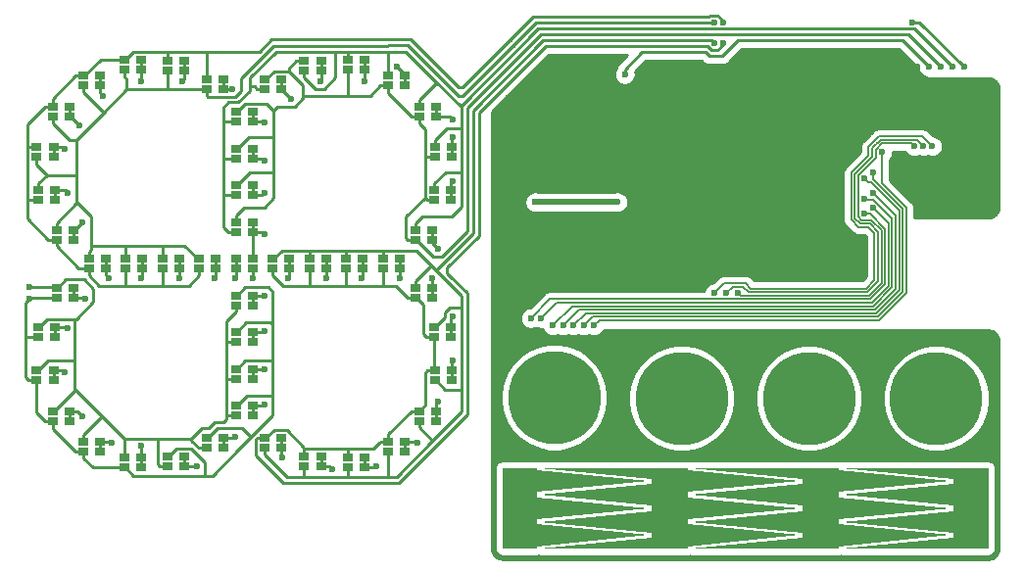
<source format=gbr>
G04 #@! TF.GenerationSoftware,KiCad,Pcbnew,5.0.2+dfsg1-1~bpo9+1*
G04 #@! TF.CreationDate,2019-04-13T12:23:50+03:00*
G04 #@! TF.ProjectId,kicad,6b696361-642e-46b6-9963-61645f706362,rev?*
G04 #@! TF.SameCoordinates,Original*
G04 #@! TF.FileFunction,Copper,L1,Top*
G04 #@! TF.FilePolarity,Positive*
%FSLAX46Y46*%
G04 Gerber Fmt 4.6, Leading zero omitted, Abs format (unit mm)*
G04 Created by KiCad (PCBNEW 5.0.2+dfsg1-1~bpo9+1) date Sat 13 Apr 2019 12:23:50 PM MSK*
%MOMM*%
%LPD*%
G01*
G04 APERTURE LIST*
G04 #@! TA.AperFunction,Conductor*
%ADD10C,8.000000*%
G04 #@! TD*
G04 #@! TA.AperFunction,SMDPad,CuDef*
%ADD11R,0.850000X0.650000*%
G04 #@! TD*
G04 #@! TA.AperFunction,Conductor*
%ADD12C,2.333333*%
G04 #@! TD*
G04 #@! TA.AperFunction,Conductor*
%ADD13C,0.100000*%
G04 #@! TD*
G04 #@! TA.AperFunction,ViaPad*
%ADD14C,0.600000*%
G04 #@! TD*
G04 #@! TA.AperFunction,Conductor*
%ADD15C,0.254000*%
G04 #@! TD*
G04 #@! TA.AperFunction,Conductor*
%ADD16C,0.508000*%
G04 #@! TD*
G04 #@! TA.AperFunction,Conductor*
%ADD17C,0.152400*%
G04 #@! TD*
G04 APERTURE END LIST*
D10*
G04 #@! TO.N,TOUCH_PAD3*
G04 #@! TO.C,TS4*
X183500000Y-115000000D03*
G04 #@! TD*
G04 #@! TO.N,TOUCH_PAD2*
G04 #@! TO.C,TS3*
X172500000Y-115000000D03*
G04 #@! TD*
G04 #@! TO.N,TOUCH_PAD1*
G04 #@! TO.C,TS2*
X161500000Y-115000000D03*
G04 #@! TD*
G04 #@! TO.N,TOUCH_PAD0*
G04 #@! TO.C,TS1*
X150495000Y-114935000D03*
G04 #@! TD*
D11*
G04 #@! TO.P,D49,1*
G04 #@! TO.N,LED_A8*
X122984000Y-102926000D03*
G04 #@! TO.P,D49,2*
X122984000Y-103776000D03*
G04 #@! TO.P,D49,4*
G04 #@! TO.N,LED_K1*
X124434000Y-103776000D03*
G04 #@! TO.P,D49,3*
G04 #@! TO.N,LED_K0*
X124434000Y-102926000D03*
G04 #@! TD*
G04 #@! TO.P,D48,1*
G04 #@! TO.N,LED_A7*
X138492852Y-100426333D03*
G04 #@! TO.P,D48,2*
G04 #@! TO.N,LED_A6*
X138492852Y-101276333D03*
G04 #@! TO.P,D48,4*
G04 #@! TO.N,LED_K11*
X139942852Y-101276333D03*
G04 #@! TO.P,D48,3*
X139942852Y-100426333D03*
G04 #@! TD*
G04 #@! TO.P,D47,1*
G04 #@! TO.N,LED_A5*
X120484333Y-87417147D03*
G04 #@! TO.P,D47,2*
G04 #@! TO.N,LED_A4*
X120484333Y-88267147D03*
G04 #@! TO.P,D47,4*
G04 #@! TO.N,LED_K11*
X121934333Y-88267147D03*
G04 #@! TO.P,D47,3*
X121934333Y-87417147D03*
G04 #@! TD*
G04 #@! TO.P,D46,1*
G04 #@! TO.N,LED_A3*
X107475147Y-105425666D03*
G04 #@! TO.P,D46,2*
G04 #@! TO.N,LED_A2*
X107475147Y-106275666D03*
G04 #@! TO.P,D46,4*
G04 #@! TO.N,LED_K11*
X108925147Y-106275666D03*
G04 #@! TO.P,D46,3*
X108925147Y-105425666D03*
G04 #@! TD*
G04 #@! TO.P,D45,1*
G04 #@! TO.N,LED_A1*
X125483666Y-118434852D03*
G04 #@! TO.P,D45,2*
G04 #@! TO.N,LED_A0*
X125483666Y-119284852D03*
G04 #@! TO.P,D45,4*
G04 #@! TO.N,LED_K11*
X126933666Y-119284852D03*
G04 #@! TO.P,D45,3*
X126933666Y-118434852D03*
G04 #@! TD*
G04 #@! TO.P,D44,1*
G04 #@! TO.N,LED_A7*
X140081919Y-97018568D03*
G04 #@! TO.P,D44,2*
G04 #@! TO.N,LED_A6*
X140081919Y-97868568D03*
G04 #@! TO.P,D44,4*
G04 #@! TO.N,LED_K10*
X141531919Y-97868568D03*
G04 #@! TO.P,D44,3*
X141531919Y-97018568D03*
G04 #@! TD*
G04 #@! TO.P,D43,1*
G04 #@! TO.N,LED_A5*
X117076568Y-85828080D03*
G04 #@! TO.P,D43,2*
G04 #@! TO.N,LED_A4*
X117076568Y-86678080D03*
G04 #@! TO.P,D43,4*
G04 #@! TO.N,LED_K10*
X118526568Y-86678080D03*
G04 #@! TO.P,D43,3*
X118526568Y-85828080D03*
G04 #@! TD*
G04 #@! TO.P,D42,1*
G04 #@! TO.N,LED_A3*
X105886080Y-108833431D03*
G04 #@! TO.P,D42,2*
G04 #@! TO.N,LED_A2*
X105886080Y-109683431D03*
G04 #@! TO.P,D42,4*
G04 #@! TO.N,LED_K10*
X107336080Y-109683431D03*
G04 #@! TO.P,D42,3*
X107336080Y-108833431D03*
G04 #@! TD*
G04 #@! TO.P,D41,1*
G04 #@! TO.N,LED_A1*
X128891431Y-120023919D03*
G04 #@! TO.P,D41,2*
G04 #@! TO.N,LED_A0*
X128891431Y-120873919D03*
G04 #@! TO.P,D41,4*
G04 #@! TO.N,LED_K10*
X130341431Y-120873919D03*
G04 #@! TO.P,D41,3*
X130341431Y-120023919D03*
G04 #@! TD*
G04 #@! TO.P,D40,1*
G04 #@! TO.N,LED_A7*
X140191279Y-93260107D03*
G04 #@! TO.P,D40,2*
G04 #@! TO.N,LED_A6*
X140191279Y-94110107D03*
G04 #@! TO.P,D40,4*
G04 #@! TO.N,LED_K9*
X141641279Y-94110107D03*
G04 #@! TO.P,D40,3*
X141641279Y-93260107D03*
G04 #@! TD*
G04 #@! TO.P,D39,1*
G04 #@! TO.N,LED_A5*
X113318107Y-85718720D03*
G04 #@! TO.P,D39,2*
G04 #@! TO.N,LED_A4*
X113318107Y-86568720D03*
G04 #@! TO.P,D39,4*
G04 #@! TO.N,LED_K9*
X114768107Y-86568720D03*
G04 #@! TO.P,D39,3*
X114768107Y-85718720D03*
G04 #@! TD*
G04 #@! TO.P,D38,1*
G04 #@! TO.N,LED_A3*
X105776720Y-112591892D03*
G04 #@! TO.P,D38,2*
G04 #@! TO.N,LED_A2*
X105776720Y-113441892D03*
G04 #@! TO.P,D38,4*
G04 #@! TO.N,LED_K9*
X107226720Y-113441892D03*
G04 #@! TO.P,D38,3*
X107226720Y-112591892D03*
G04 #@! TD*
G04 #@! TO.P,D37,1*
G04 #@! TO.N,LED_A1*
X132649892Y-120133279D03*
G04 #@! TO.P,D37,2*
G04 #@! TO.N,LED_A0*
X132649892Y-120983279D03*
G04 #@! TO.P,D37,4*
G04 #@! TO.N,LED_K9*
X134099892Y-120983279D03*
G04 #@! TO.P,D37,3*
X134099892Y-120133279D03*
G04 #@! TD*
G04 #@! TO.P,D36,1*
G04 #@! TO.N,LED_A7*
X138803045Y-89765712D03*
G04 #@! TO.P,D36,2*
G04 #@! TO.N,LED_A6*
X138803045Y-90615712D03*
G04 #@! TO.P,D36,4*
G04 #@! TO.N,LED_K8*
X140253045Y-90615712D03*
G04 #@! TO.P,D36,3*
X140253045Y-89765712D03*
G04 #@! TD*
G04 #@! TO.P,D35,1*
G04 #@! TO.N,LED_A5*
X109823712Y-87106954D03*
G04 #@! TO.P,D35,2*
G04 #@! TO.N,LED_A4*
X109823712Y-87956954D03*
G04 #@! TO.P,D35,4*
G04 #@! TO.N,LED_K8*
X111273712Y-87956954D03*
G04 #@! TO.P,D35,3*
X111273712Y-87106954D03*
G04 #@! TD*
G04 #@! TO.P,D34,1*
G04 #@! TO.N,LED_A3*
X107164954Y-116086287D03*
G04 #@! TO.P,D34,2*
G04 #@! TO.N,LED_A2*
X107164954Y-116936287D03*
G04 #@! TO.P,D34,4*
G04 #@! TO.N,LED_K8*
X108614954Y-116936287D03*
G04 #@! TO.P,D34,3*
X108614954Y-116086287D03*
G04 #@! TD*
G04 #@! TO.P,D33,1*
G04 #@! TO.N,LED_A1*
X136144287Y-118745045D03*
G04 #@! TO.P,D33,2*
G04 #@! TO.N,LED_A0*
X136144287Y-119595045D03*
G04 #@! TO.P,D33,4*
G04 #@! TO.N,LED_K8*
X137594287Y-119595045D03*
G04 #@! TO.P,D33,3*
X137594287Y-118745045D03*
G04 #@! TD*
G04 #@! TO.P,D32,1*
G04 #@! TO.N,LED_A7*
X136144287Y-87106954D03*
G04 #@! TO.P,D32,2*
G04 #@! TO.N,LED_A6*
X136144287Y-87956954D03*
G04 #@! TO.P,D32,4*
G04 #@! TO.N,LED_K7*
X137594287Y-87956954D03*
G04 #@! TO.P,D32,3*
X137594287Y-87106954D03*
G04 #@! TD*
G04 #@! TO.P,D31,1*
G04 #@! TO.N,LED_A5*
X107164954Y-89765712D03*
G04 #@! TO.P,D31,2*
G04 #@! TO.N,LED_A4*
X107164954Y-90615712D03*
G04 #@! TO.P,D31,4*
G04 #@! TO.N,LED_K7*
X108614954Y-90615712D03*
G04 #@! TO.P,D31,3*
X108614954Y-89765712D03*
G04 #@! TD*
G04 #@! TO.P,D30,1*
G04 #@! TO.N,LED_A3*
X109823712Y-118745045D03*
G04 #@! TO.P,D30,2*
G04 #@! TO.N,LED_A2*
X109823712Y-119595045D03*
G04 #@! TO.P,D30,4*
G04 #@! TO.N,LED_K7*
X111273712Y-119595045D03*
G04 #@! TO.P,D30,3*
X111273712Y-118745045D03*
G04 #@! TD*
G04 #@! TO.P,D29,1*
G04 #@! TO.N,LED_A1*
X138803045Y-116086287D03*
G04 #@! TO.P,D29,2*
G04 #@! TO.N,LED_A0*
X138803045Y-116936287D03*
G04 #@! TO.P,D29,4*
G04 #@! TO.N,LED_K7*
X140253045Y-116936287D03*
G04 #@! TO.P,D29,3*
X140253045Y-116086287D03*
G04 #@! TD*
G04 #@! TO.P,D28,1*
G04 #@! TO.N,LED_A7*
X132649892Y-85718720D03*
G04 #@! TO.P,D28,2*
G04 #@! TO.N,LED_A6*
X132649892Y-86568720D03*
G04 #@! TO.P,D28,4*
G04 #@! TO.N,LED_K6*
X134099892Y-86568720D03*
G04 #@! TO.P,D28,3*
X134099892Y-85718720D03*
G04 #@! TD*
G04 #@! TO.P,D27,1*
G04 #@! TO.N,LED_A5*
X105776720Y-93260107D03*
G04 #@! TO.P,D27,2*
G04 #@! TO.N,LED_A4*
X105776720Y-94110107D03*
G04 #@! TO.P,D27,4*
G04 #@! TO.N,LED_K6*
X107226720Y-94110107D03*
G04 #@! TO.P,D27,3*
X107226720Y-93260107D03*
G04 #@! TD*
G04 #@! TO.P,D26,1*
G04 #@! TO.N,LED_A3*
X113318107Y-120133279D03*
G04 #@! TO.P,D26,2*
G04 #@! TO.N,LED_A2*
X113318107Y-120983279D03*
G04 #@! TO.P,D26,4*
G04 #@! TO.N,LED_K6*
X114768107Y-120983279D03*
G04 #@! TO.P,D26,3*
X114768107Y-120133279D03*
G04 #@! TD*
G04 #@! TO.P,D25,1*
G04 #@! TO.N,LED_A1*
X140191279Y-112591892D03*
G04 #@! TO.P,D25,2*
G04 #@! TO.N,LED_A0*
X140191279Y-113441892D03*
G04 #@! TO.P,D25,4*
G04 #@! TO.N,LED_K6*
X141641279Y-113441892D03*
G04 #@! TO.P,D25,3*
X141641279Y-112591892D03*
G04 #@! TD*
G04 #@! TO.P,D24,1*
G04 #@! TO.N,LED_A6*
X128891431Y-85828080D03*
G04 #@! TO.P,D24,2*
G04 #@! TO.N,LED_A7*
X128891431Y-86678080D03*
G04 #@! TO.P,D24,4*
G04 #@! TO.N,LED_K5*
X130341431Y-86678080D03*
G04 #@! TO.P,D24,3*
X130341431Y-85828080D03*
G04 #@! TD*
G04 #@! TO.P,D23,1*
G04 #@! TO.N,LED_A4*
X105886080Y-97018568D03*
G04 #@! TO.P,D23,2*
G04 #@! TO.N,LED_A5*
X105886080Y-97868568D03*
G04 #@! TO.P,D23,4*
G04 #@! TO.N,LED_K5*
X107336080Y-97868568D03*
G04 #@! TO.P,D23,3*
X107336080Y-97018568D03*
G04 #@! TD*
G04 #@! TO.P,D22,1*
G04 #@! TO.N,LED_A2*
X117076568Y-120023919D03*
G04 #@! TO.P,D22,2*
G04 #@! TO.N,LED_A3*
X117076568Y-120873919D03*
G04 #@! TO.P,D22,4*
G04 #@! TO.N,LED_K5*
X118526568Y-120873919D03*
G04 #@! TO.P,D22,3*
X118526568Y-120023919D03*
G04 #@! TD*
G04 #@! TO.P,D21,1*
G04 #@! TO.N,LED_A0*
X140081919Y-108833431D03*
G04 #@! TO.P,D21,2*
G04 #@! TO.N,LED_A1*
X140081919Y-109683431D03*
G04 #@! TO.P,D21,4*
G04 #@! TO.N,LED_K5*
X141531919Y-109683431D03*
G04 #@! TO.P,D21,3*
X141531919Y-108833431D03*
G04 #@! TD*
G04 #@! TO.P,D20,1*
G04 #@! TO.N,LED_A6*
X125483666Y-87417147D03*
G04 #@! TO.P,D20,2*
G04 #@! TO.N,LED_A7*
X125483666Y-88267147D03*
G04 #@! TO.P,D20,4*
G04 #@! TO.N,LED_K4*
X126933666Y-88267147D03*
G04 #@! TO.P,D20,3*
X126933666Y-87417147D03*
G04 #@! TD*
G04 #@! TO.P,D19,1*
G04 #@! TO.N,LED_A4*
X107475147Y-100426333D03*
G04 #@! TO.P,D19,2*
G04 #@! TO.N,LED_A5*
X107475147Y-101276333D03*
G04 #@! TO.P,D19,4*
G04 #@! TO.N,LED_K4*
X108925147Y-101276333D03*
G04 #@! TO.P,D19,3*
X108925147Y-100426333D03*
G04 #@! TD*
G04 #@! TO.P,D18,1*
G04 #@! TO.N,LED_A2*
X120484333Y-118434852D03*
G04 #@! TO.P,D18,2*
G04 #@! TO.N,LED_A3*
X120484333Y-119284852D03*
G04 #@! TO.P,D18,4*
G04 #@! TO.N,LED_K4*
X121934333Y-119284852D03*
G04 #@! TO.P,D18,3*
X121934333Y-118434852D03*
G04 #@! TD*
G04 #@! TO.P,D17,1*
G04 #@! TO.N,LED_A0*
X138492852Y-105425666D03*
G04 #@! TO.P,D17,2*
G04 #@! TO.N,LED_A1*
X138492852Y-106275666D03*
G04 #@! TO.P,D17,4*
G04 #@! TO.N,LED_K4*
X139942852Y-106275666D03*
G04 #@! TO.P,D17,3*
X139942852Y-105425666D03*
G04 #@! TD*
G04 #@! TO.P,D16,1*
G04 #@! TO.N,LED_A6*
X122984000Y-90226000D03*
G04 #@! TO.P,D16,2*
G04 #@! TO.N,LED_A7*
X122984000Y-91076000D03*
G04 #@! TO.P,D16,4*
G04 #@! TO.N,LED_K3*
X124434000Y-91076000D03*
G04 #@! TO.P,D16,3*
X124434000Y-90226000D03*
G04 #@! TD*
G04 #@! TO.P,D15,1*
G04 #@! TO.N,LED_A4*
X110284000Y-102926000D03*
G04 #@! TO.P,D15,2*
G04 #@! TO.N,LED_A5*
X110284000Y-103776000D03*
G04 #@! TO.P,D15,4*
G04 #@! TO.N,LED_K3*
X111734000Y-103776000D03*
G04 #@! TO.P,D15,3*
X111734000Y-102926000D03*
G04 #@! TD*
G04 #@! TO.P,D14,1*
G04 #@! TO.N,LED_A2*
X122984000Y-115626000D03*
G04 #@! TO.P,D14,2*
G04 #@! TO.N,LED_A3*
X122984000Y-116476000D03*
G04 #@! TO.P,D14,4*
G04 #@! TO.N,LED_K3*
X124434000Y-116476000D03*
G04 #@! TO.P,D14,3*
X124434000Y-115626000D03*
G04 #@! TD*
G04 #@! TO.P,D13,1*
G04 #@! TO.N,LED_A0*
X135684000Y-102926000D03*
G04 #@! TO.P,D13,2*
G04 #@! TO.N,LED_A1*
X135684000Y-103776000D03*
G04 #@! TO.P,D13,4*
G04 #@! TO.N,LED_K3*
X137134000Y-103776000D03*
G04 #@! TO.P,D13,3*
X137134000Y-102926000D03*
G04 #@! TD*
G04 #@! TO.P,D12,1*
G04 #@! TO.N,LED_A6*
X122984000Y-93401000D03*
G04 #@! TO.P,D12,2*
G04 #@! TO.N,LED_A7*
X122984000Y-94251000D03*
G04 #@! TO.P,D12,4*
G04 #@! TO.N,LED_K2*
X124434000Y-94251000D03*
G04 #@! TO.P,D12,3*
X124434000Y-93401000D03*
G04 #@! TD*
G04 #@! TO.P,D11,1*
G04 #@! TO.N,LED_A4*
X113459000Y-102926000D03*
G04 #@! TO.P,D11,2*
G04 #@! TO.N,LED_A5*
X113459000Y-103776000D03*
G04 #@! TO.P,D11,4*
G04 #@! TO.N,LED_K2*
X114909000Y-103776000D03*
G04 #@! TO.P,D11,3*
X114909000Y-102926000D03*
G04 #@! TD*
G04 #@! TO.P,D10,1*
G04 #@! TO.N,LED_A2*
X122984000Y-112450999D03*
G04 #@! TO.P,D10,2*
G04 #@! TO.N,LED_A3*
X122984000Y-113300999D03*
G04 #@! TO.P,D10,4*
G04 #@! TO.N,LED_K2*
X124434000Y-113300999D03*
G04 #@! TO.P,D10,3*
X124434000Y-112450999D03*
G04 #@! TD*
G04 #@! TO.P,D9,1*
G04 #@! TO.N,LED_A0*
X132509000Y-102926000D03*
G04 #@! TO.P,D9,2*
G04 #@! TO.N,LED_A1*
X132509000Y-103776000D03*
G04 #@! TO.P,D9,4*
G04 #@! TO.N,LED_K2*
X133959000Y-103776000D03*
G04 #@! TO.P,D9,3*
X133959000Y-102926000D03*
G04 #@! TD*
G04 #@! TO.P,D8,1*
G04 #@! TO.N,LED_A6*
X122984000Y-96576000D03*
G04 #@! TO.P,D8,2*
G04 #@! TO.N,LED_A7*
X122984000Y-97426000D03*
G04 #@! TO.P,D8,4*
G04 #@! TO.N,LED_K1*
X124434000Y-97426000D03*
G04 #@! TO.P,D8,3*
X124434000Y-96576000D03*
G04 #@! TD*
G04 #@! TO.P,D7,1*
G04 #@! TO.N,LED_A4*
X116634000Y-102926000D03*
G04 #@! TO.P,D7,2*
G04 #@! TO.N,LED_A5*
X116634000Y-103776000D03*
G04 #@! TO.P,D7,4*
G04 #@! TO.N,LED_K1*
X118084000Y-103776000D03*
G04 #@! TO.P,D7,3*
X118084000Y-102926000D03*
G04 #@! TD*
G04 #@! TO.P,D6,1*
G04 #@! TO.N,LED_A2*
X122984000Y-109276000D03*
G04 #@! TO.P,D6,2*
G04 #@! TO.N,LED_A3*
X122984000Y-110126000D03*
G04 #@! TO.P,D6,4*
G04 #@! TO.N,LED_K1*
X124434000Y-110126000D03*
G04 #@! TO.P,D6,3*
X124434000Y-109276000D03*
G04 #@! TD*
G04 #@! TO.P,D5,1*
G04 #@! TO.N,LED_A0*
X129334000Y-102926000D03*
G04 #@! TO.P,D5,2*
G04 #@! TO.N,LED_A1*
X129334000Y-103776000D03*
G04 #@! TO.P,D5,4*
G04 #@! TO.N,LED_K1*
X130784000Y-103776000D03*
G04 #@! TO.P,D5,3*
X130784000Y-102926000D03*
G04 #@! TD*
G04 #@! TO.P,D4,1*
G04 #@! TO.N,LED_A6*
X122984000Y-99751000D03*
G04 #@! TO.P,D4,2*
G04 #@! TO.N,LED_A7*
X122984000Y-100601000D03*
G04 #@! TO.P,D4,4*
G04 #@! TO.N,LED_K0*
X124434000Y-100601000D03*
G04 #@! TO.P,D4,3*
X124434000Y-99751000D03*
G04 #@! TD*
G04 #@! TO.P,D3,1*
G04 #@! TO.N,LED_A4*
X119809000Y-102926000D03*
G04 #@! TO.P,D3,2*
G04 #@! TO.N,LED_A5*
X119809000Y-103776000D03*
G04 #@! TO.P,D3,4*
G04 #@! TO.N,LED_K0*
X121259000Y-103776000D03*
G04 #@! TO.P,D3,3*
X121259000Y-102926000D03*
G04 #@! TD*
G04 #@! TO.P,D2,1*
G04 #@! TO.N,LED_A2*
X122984000Y-106101000D03*
G04 #@! TO.P,D2,2*
G04 #@! TO.N,LED_A3*
X122984000Y-106951000D03*
G04 #@! TO.P,D2,4*
G04 #@! TO.N,LED_K0*
X124434000Y-106951000D03*
G04 #@! TO.P,D2,3*
X124434000Y-106101000D03*
G04 #@! TD*
G04 #@! TO.P,D1,1*
G04 #@! TO.N,LED_A0*
X126159000Y-102926000D03*
G04 #@! TO.P,D1,2*
G04 #@! TO.N,LED_A1*
X126159000Y-103776000D03*
G04 #@! TO.P,D1,4*
G04 #@! TO.N,LED_K0*
X127609000Y-103776000D03*
G04 #@! TO.P,D1,3*
X127609000Y-102926000D03*
G04 #@! TD*
D12*
G04 #@! TO.N,N$20*
G04 #@! TO.C,TS5*
X147500000Y-124500000D03*
D13*
G36*
X149000000Y-121229421D02*
X158640237Y-122166667D01*
X149000000Y-123103912D01*
X149000000Y-123562755D01*
X158640237Y-124500000D01*
X149000000Y-125437245D01*
X149000000Y-125896088D01*
X158640237Y-126833333D01*
X149000000Y-127770579D01*
X149000000Y-128000000D01*
X146000000Y-128000000D01*
X146000000Y-121000000D01*
X149000000Y-121000000D01*
X149000000Y-121229421D01*
X149000000Y-121229421D01*
G37*
D12*
G04 #@! TO.N,N$21*
X160476341Y-124500000D03*
D13*
G36*
X162047319Y-121229421D02*
X171687555Y-122166667D01*
X162047319Y-123103912D01*
X162047319Y-123562755D01*
X171687555Y-124500000D01*
X162047319Y-125437245D01*
X162047319Y-125896088D01*
X171687555Y-126833333D01*
X162047319Y-127770579D01*
X162047319Y-128000000D01*
X149265127Y-128000000D01*
X158905363Y-127062755D01*
X158905363Y-126603912D01*
X149265127Y-125666667D01*
X158905363Y-124729421D01*
X158905363Y-124270579D01*
X149265127Y-123333333D01*
X158905363Y-122396088D01*
X158905363Y-121937245D01*
X149265127Y-121000000D01*
X162047319Y-121000000D01*
X162047319Y-121229421D01*
X162047319Y-121229421D01*
G37*
D12*
G04 #@! TO.N,N$22*
X173523659Y-124500000D03*
D13*
G36*
X175094637Y-121229421D02*
X184734873Y-122166667D01*
X175094637Y-123103912D01*
X175094637Y-123562755D01*
X184734873Y-124500000D01*
X175094637Y-125437245D01*
X175094637Y-125896088D01*
X184734873Y-126833333D01*
X175094637Y-127770579D01*
X175094637Y-128000000D01*
X162312445Y-128000000D01*
X171952681Y-127062755D01*
X171952681Y-126603912D01*
X162312445Y-125666667D01*
X171952681Y-124729421D01*
X171952681Y-124270579D01*
X162312445Y-123333333D01*
X171952681Y-122396088D01*
X171952681Y-121937245D01*
X162312445Y-121000000D01*
X175094637Y-121000000D01*
X175094637Y-121229421D01*
X175094637Y-121229421D01*
G37*
D12*
G04 #@! TO.N,N$23*
X186500000Y-124500000D03*
D13*
G36*
X188000000Y-128000000D02*
X175359763Y-128000000D01*
X185000000Y-127062755D01*
X185000000Y-126603912D01*
X175359763Y-125666667D01*
X185000000Y-124729421D01*
X185000000Y-124270579D01*
X175359763Y-123333333D01*
X185000000Y-122396088D01*
X185000000Y-121937245D01*
X175359763Y-121000000D01*
X188000000Y-121000000D01*
X188000000Y-128000000D01*
X188000000Y-128000000D01*
G37*
G04 #@! TD*
D14*
G04 #@! TO.N,LED_K0*
X125501800Y-106095000D03*
X125451000Y-100761000D03*
X121133000Y-104571000D03*
X127483000Y-104571000D03*
G04 #@! TO.N,LED_K1*
X130785000Y-104571000D03*
X125451000Y-109143000D03*
X118085000Y-104571000D03*
X124435000Y-104571000D03*
X125451000Y-97205000D03*
G04 #@! TO.N,LED_A0*
X164338000Y-84328000D03*
G04 #@! TO.N,LED_K3*
X137135000Y-104571000D03*
X125451000Y-115493000D03*
X125451000Y-91109000D03*
X111989000Y-104571000D03*
G04 #@! TO.N,LED_K2*
X133833000Y-104571000D03*
X125451000Y-112445000D03*
X125451000Y-94411000D03*
X114783000Y-104571000D03*
G04 #@! TO.N,LED_K4*
X139929000Y-104571000D03*
X127737000Y-89077000D03*
X109703000Y-99745000D03*
X122911000Y-118287000D03*
G04 #@! TO.N,LED_K5*
X130277000Y-87553000D03*
X141707000Y-107873000D03*
X108433000Y-97205000D03*
X119609000Y-120827000D03*
G04 #@! TO.N,LED_K7*
X140437000Y-115239000D03*
X109449000Y-91363000D03*
X112243000Y-118795000D03*
X136881000Y-86283000D03*
G04 #@! TO.N,LED_K6*
X134087000Y-87553000D03*
X141707000Y-111683000D03*
X108179000Y-93395000D03*
X114783000Y-119049000D03*
G04 #@! TO.N,LED_K8*
X111481000Y-88823000D03*
X138659000Y-118795000D03*
X109703000Y-116509000D03*
X141707000Y-90855000D03*
G04 #@! TO.N,LED_A1*
X165100000Y-84328000D03*
G04 #@! TO.N,LED_A2*
X105140561Y-106426000D03*
G04 #@! TO.N,LED_A3*
X105140561Y-105410000D03*
G04 #@! TO.N,LED_A4*
X164338000Y-82478600D03*
G04 #@! TO.N,LED_A5*
X165100000Y-82478600D03*
G04 #@! TO.N,LED_A6*
X183896000Y-86360000D03*
G04 #@! TO.N,LED_A7*
X184912000Y-86360000D03*
G04 #@! TO.N,LED_A8*
X122911000Y-104571000D03*
X182880000Y-86360000D03*
X156591000Y-86995000D03*
G04 #@! TO.N,VDD*
X155956691Y-98043309D03*
X148844000Y-98044000D03*
G04 #@! TO.N,GND*
X146558000Y-93599000D03*
X146558000Y-92075000D03*
X146558000Y-90551000D03*
X146558000Y-89027000D03*
X173990000Y-91186000D03*
X169418000Y-95560000D03*
X177927000Y-85344000D03*
X181864000Y-86360000D03*
X176022000Y-104521000D03*
X146558000Y-94361000D03*
X146558000Y-92837000D03*
X146558000Y-91313000D03*
X146558000Y-89789000D03*
X183896000Y-94742000D03*
X183896000Y-97536000D03*
X183896000Y-96139000D03*
X176784000Y-93599000D03*
X187706000Y-110490000D03*
X145441042Y-110004109D03*
X148971000Y-105918000D03*
G04 #@! TO.N,N$13*
X178816000Y-93726000D03*
X153924000Y-108712000D03*
G04 #@! TO.N,N$14*
X177292000Y-97790000D03*
X150368000Y-108712000D03*
G04 #@! TO.N,N$5*
X185928000Y-86360000D03*
X181400000Y-82478600D03*
G04 #@! TO.N,N$19*
X177292000Y-96012000D03*
X152146000Y-108712000D03*
G04 #@! TO.N,N$20*
X146304000Y-121285000D03*
G04 #@! TO.N,N$16*
X178054000Y-98552000D03*
X149352000Y-108077000D03*
G04 #@! TO.N,N$15*
X178054000Y-97282000D03*
X151257000Y-108712000D03*
G04 #@! TO.N,N$17*
X177292000Y-99060000D03*
X148463000Y-108077000D03*
G04 #@! TO.N,N$18*
X178054000Y-95504000D03*
X153035000Y-108712000D03*
G04 #@! TO.N,TOUCH_PAD0*
X150500000Y-111500000D03*
G04 #@! TO.N,TOUCH_PAD1*
X161500000Y-111500000D03*
G04 #@! TO.N,TOUCH_PAD2*
X172500000Y-111500000D03*
G04 #@! TO.N,TOUCH_PAD3*
X183500000Y-111500000D03*
G04 #@! TO.N,N$21*
X160528000Y-121285000D03*
G04 #@! TO.N,N$22*
X173609000Y-121285000D03*
G04 #@! TO.N,N$23*
X187706000Y-121285000D03*
G04 #@! TO.N,N$8*
X166346043Y-105873443D03*
X181610000Y-93218000D03*
G04 #@! TO.N,N$10*
X165354000Y-105897400D03*
X182372000Y-93218000D03*
G04 #@! TO.N,N$9*
X164338000Y-105897400D03*
X183134000Y-93218000D03*
G04 #@! TO.N,LED_K9*
X141707000Y-92379000D03*
X108179000Y-112699000D03*
X114783000Y-87553000D03*
X135103000Y-120827000D03*
G04 #@! TO.N,LED_K10*
X141707000Y-96189000D03*
X108433000Y-108889000D03*
X118339000Y-87553000D03*
X131293000Y-121081000D03*
G04 #@! TO.N,LED_K11*
X109957000Y-106349000D03*
X126975000Y-120065000D03*
X140437000Y-102031000D03*
X122682000Y-88234000D03*
G04 #@! TD*
D15*
G04 #@! TO.N,LED_K0*
X124434000Y-99751000D02*
X124434000Y-100601000D01*
X121259000Y-102926000D02*
X121259000Y-103776000D01*
X127609000Y-102926000D02*
X127609000Y-103776000D01*
X124434000Y-106101000D02*
X124434000Y-106951000D01*
X125495800Y-106101000D02*
X125501800Y-106095000D01*
X124434000Y-106101000D02*
X125495800Y-106101000D01*
X125291000Y-100601000D02*
X125451000Y-100761000D01*
X124434000Y-100601000D02*
X125291000Y-100601000D01*
X121259000Y-104445000D02*
X121133000Y-104571000D01*
X121259000Y-103776000D02*
X121259000Y-104445000D01*
X127609000Y-104445000D02*
X127483000Y-104571000D01*
X127609000Y-103776000D02*
X127609000Y-104445000D01*
X124434000Y-102926000D02*
X124434000Y-100601000D01*
G04 #@! TO.N,LED_K1*
X130784000Y-102926000D02*
X130784000Y-103776000D01*
X130784000Y-104570000D02*
X130785000Y-104571000D01*
X130784000Y-103776000D02*
X130784000Y-104570000D01*
X124434000Y-110126000D02*
X124434000Y-109276000D01*
X125318000Y-109276000D02*
X125451000Y-109143000D01*
X124434000Y-109276000D02*
X125318000Y-109276000D01*
X124434000Y-96576000D02*
X124434000Y-97426000D01*
X118084000Y-102926000D02*
X118084000Y-103776000D01*
X118084000Y-104570000D02*
X118085000Y-104571000D01*
X118084000Y-103776000D02*
X118084000Y-104570000D01*
X124434000Y-104570000D02*
X124435000Y-104571000D01*
X124434000Y-103776000D02*
X124434000Y-104570000D01*
X125230000Y-97426000D02*
X125451000Y-97205000D01*
X124434000Y-97426000D02*
X125230000Y-97426000D01*
G04 #@! TO.N,LED_A0*
X126159000Y-102926000D02*
X126259000Y-102926000D01*
X126259000Y-102926000D02*
X126965001Y-102219999D01*
X139784518Y-103555000D02*
X139920882Y-103555000D01*
X138492852Y-105425666D02*
X138492852Y-104846666D01*
X141023909Y-107548209D02*
X141461118Y-107111000D01*
X141023909Y-107991441D02*
X141023909Y-107548209D01*
X140081919Y-108833431D02*
X140181919Y-108833431D01*
X140181919Y-108833431D02*
X141023909Y-107991441D01*
X141961000Y-107111000D02*
X142215000Y-107111000D01*
X142469000Y-106857000D02*
X142469000Y-107111000D01*
X141461118Y-107111000D02*
X141961000Y-107111000D01*
X141961000Y-107111000D02*
X142469000Y-107111000D01*
X142469000Y-106103118D02*
X142469000Y-106857000D01*
X142469000Y-107111000D02*
X142469000Y-107365000D01*
X139675000Y-103664518D02*
X139784518Y-103555000D01*
X138492852Y-104846666D02*
X139675000Y-103664518D01*
X140030400Y-103664518D02*
X140183000Y-103817118D01*
X140183000Y-103817118D02*
X142469000Y-106103118D01*
X139920882Y-103555000D02*
X140183000Y-103817118D01*
X127381815Y-121762001D02*
X125483666Y-119863852D01*
X125483666Y-119863852D02*
X125483666Y-119284852D01*
X141072387Y-114223000D02*
X142469000Y-114223000D01*
X140291279Y-113441892D02*
X141072387Y-114223000D01*
X140191279Y-113441892D02*
X140291279Y-113441892D01*
X142469000Y-107365000D02*
X142469000Y-114223000D01*
X142469000Y-114223000D02*
X142469000Y-116156134D01*
X139929000Y-118641242D02*
X139929000Y-118696134D01*
X138803045Y-117515287D02*
X139929000Y-118641242D01*
X138803045Y-116936287D02*
X138803045Y-117515287D01*
X139929000Y-118696134D02*
X136863133Y-121762001D01*
X142469000Y-116156134D02*
X139929000Y-118696134D01*
X136144287Y-119595045D02*
X136144287Y-121736714D01*
X136144287Y-121736714D02*
X136119000Y-121762001D01*
X136863133Y-121762001D02*
X136119000Y-121762001D01*
X132649892Y-120983279D02*
X132649892Y-121562279D01*
X132649892Y-121562279D02*
X132649892Y-121594893D01*
X132817000Y-121762001D02*
X132563000Y-121762001D01*
X136119000Y-121762001D02*
X132817000Y-121762001D01*
X132649892Y-121675109D02*
X132563000Y-121762001D01*
X132649892Y-121562279D02*
X132649892Y-121675109D01*
X132563000Y-121762001D02*
X129007000Y-121762001D01*
X164337960Y-84328000D02*
X164338000Y-84328000D01*
X164083980Y-84074020D02*
X164337960Y-84328000D01*
X140183000Y-103817118D02*
X140377198Y-103817118D01*
X140377198Y-103817118D02*
X143463300Y-100731016D01*
X143463300Y-100731016D02*
X143463300Y-90129568D01*
X149518848Y-84074020D02*
X164083980Y-84074020D01*
X143463300Y-90129568D02*
X149518848Y-84074020D01*
X135684000Y-102926000D02*
X135684000Y-102222799D01*
X139920882Y-103555000D02*
X138585881Y-102219999D01*
X138585881Y-102219999D02*
X132817000Y-102219999D01*
X132509000Y-102267999D02*
X132461000Y-102219999D01*
X132509000Y-102926000D02*
X132509000Y-102267999D01*
X132817000Y-102219999D02*
X132461000Y-102219999D01*
X132461000Y-102219999D02*
X129515000Y-102219999D01*
X126965001Y-102219999D02*
X128778000Y-102219999D01*
X129334000Y-102267999D02*
X129286000Y-102219999D01*
X129286000Y-102219999D02*
X128778000Y-102219999D01*
X129334000Y-102926000D02*
X129334000Y-102267999D01*
X129515000Y-102219999D02*
X129286000Y-102219999D01*
X128891431Y-121748432D02*
X128905000Y-121762001D01*
X128891431Y-120873919D02*
X128891431Y-121748432D01*
X128905000Y-121762001D02*
X127381815Y-121762001D01*
X129007000Y-121762001D02*
X128905000Y-121762001D01*
G04 #@! TO.N,LED_K3*
X137134000Y-102926000D02*
X137134000Y-103776000D01*
X137134000Y-104570000D02*
X137135000Y-104571000D01*
X137134000Y-103776000D02*
X137134000Y-104570000D01*
X124434000Y-116476000D02*
X124434000Y-115626000D01*
X125318000Y-115626000D02*
X125451000Y-115493000D01*
X124434000Y-115626000D02*
X125318000Y-115626000D01*
X124434000Y-90226000D02*
X124434000Y-91076000D01*
X125418000Y-91076000D02*
X125451000Y-91109000D01*
X124434000Y-91076000D02*
X125418000Y-91076000D01*
X111734000Y-102926000D02*
X111734000Y-103776000D01*
X111734000Y-104316000D02*
X111989000Y-104571000D01*
X111734000Y-103776000D02*
X111734000Y-104316000D01*
G04 #@! TO.N,LED_K2*
X133959000Y-102926000D02*
X133959000Y-103776000D01*
X133959000Y-104445000D02*
X133833000Y-104571000D01*
X133959000Y-103776000D02*
X133959000Y-104445000D01*
X124434000Y-113300999D02*
X124434000Y-112450999D01*
X125445001Y-112450999D02*
X125451000Y-112445000D01*
X124434000Y-112450999D02*
X125445001Y-112450999D01*
X124434000Y-93401000D02*
X124434000Y-94251000D01*
X125291000Y-94251000D02*
X125451000Y-94411000D01*
X124434000Y-94251000D02*
X125291000Y-94251000D01*
X114909000Y-102926000D02*
X114909000Y-103776000D01*
X114909000Y-104445000D02*
X114783000Y-104571000D01*
X114909000Y-103776000D02*
X114909000Y-104445000D01*
G04 #@! TO.N,LED_K4*
X139942852Y-106275666D02*
X139942852Y-105425666D01*
X139942852Y-104584852D02*
X139929000Y-104571000D01*
X139942852Y-105425666D02*
X139942852Y-104584852D01*
X126933666Y-87417147D02*
X126933666Y-88267147D01*
X126933666Y-88273666D02*
X127737000Y-89077000D01*
X126933666Y-88267147D02*
X126933666Y-88273666D01*
X121934333Y-118434852D02*
X121934333Y-119284852D01*
X108925147Y-101276333D02*
X108925147Y-100426333D01*
X109021667Y-100426333D02*
X109703000Y-99745000D01*
X108925147Y-100426333D02*
X109021667Y-100426333D01*
X122763148Y-118434852D02*
X122911000Y-118287000D01*
X121934333Y-118434852D02*
X122763148Y-118434852D01*
G04 #@! TO.N,LED_K5*
X130341431Y-85828080D02*
X130341431Y-86678080D01*
X141531919Y-109683431D02*
X141531919Y-108833431D01*
X118526568Y-120023919D02*
X118526568Y-120873919D01*
X141531919Y-108048081D02*
X141707000Y-107873000D01*
X141531919Y-108833431D02*
X141531919Y-108048081D01*
X130341431Y-87488569D02*
X130277000Y-87553000D01*
X130341431Y-86678080D02*
X130341431Y-87488569D01*
X107336080Y-97868568D02*
X107336080Y-97018568D01*
X108246568Y-97018568D02*
X108433000Y-97205000D01*
X107336080Y-97018568D02*
X108246568Y-97018568D01*
X119562081Y-120873919D02*
X119609000Y-120827000D01*
X118526568Y-120873919D02*
X119562081Y-120873919D01*
G04 #@! TO.N,LED_K7*
X137594287Y-87106954D02*
X137594287Y-87956954D01*
X140253045Y-116936287D02*
X140253045Y-116086287D01*
X140253045Y-115422955D02*
X140437000Y-115239000D01*
X140253045Y-116086287D02*
X140253045Y-115422955D01*
X111273712Y-118745045D02*
X111273712Y-119595045D01*
X108701712Y-90615712D02*
X109449000Y-91363000D01*
X108614954Y-90615712D02*
X108701712Y-90615712D01*
X112193045Y-118745045D02*
X112243000Y-118795000D01*
X111273712Y-118745045D02*
X112193045Y-118745045D01*
X137594287Y-86996287D02*
X136881000Y-86283000D01*
X137594287Y-87106954D02*
X137594287Y-86996287D01*
X108614954Y-89765712D02*
X108614954Y-90615712D01*
G04 #@! TO.N,LED_K6*
X134099892Y-85718720D02*
X134099892Y-86568720D01*
X134099892Y-87540108D02*
X134087000Y-87553000D01*
X134099892Y-86568720D02*
X134099892Y-87540108D01*
X141641279Y-113441892D02*
X141641279Y-112591892D01*
X141641279Y-111748721D02*
X141707000Y-111683000D01*
X141641279Y-112591892D02*
X141641279Y-111748721D01*
X114768107Y-120133279D02*
X114768107Y-120983279D01*
X107226720Y-94110107D02*
X107226720Y-93260107D01*
X108044107Y-93260107D02*
X108179000Y-93395000D01*
X107226720Y-93260107D02*
X108044107Y-93260107D01*
X114768107Y-119063893D02*
X114783000Y-119049000D01*
X114768107Y-120133279D02*
X114768107Y-119063893D01*
G04 #@! TO.N,LED_K8*
X140253045Y-89765712D02*
X140253045Y-90615712D01*
X137594287Y-119595045D02*
X137594287Y-118745045D01*
X108614954Y-116086287D02*
X108614954Y-116936287D01*
X111273712Y-87106954D02*
X111273712Y-87956954D01*
X111273712Y-88615712D02*
X111481000Y-88823000D01*
X111273712Y-87956954D02*
X111273712Y-88615712D01*
X138609045Y-118745045D02*
X138659000Y-118795000D01*
X137594287Y-118745045D02*
X138609045Y-118745045D01*
X109280287Y-116086287D02*
X109703000Y-116509000D01*
X108614954Y-116086287D02*
X109280287Y-116086287D01*
X141467712Y-90615712D02*
X141707000Y-90855000D01*
X140253045Y-90615712D02*
X141467712Y-90615712D01*
G04 #@! TO.N,LED_A1*
X126159000Y-104355000D02*
X127056001Y-105252001D01*
X126159000Y-103776000D02*
X126159000Y-104355000D01*
X140081919Y-112482532D02*
X140191279Y-112591892D01*
X140081919Y-109683431D02*
X140081919Y-112482532D01*
X136790187Y-105252001D02*
X135865000Y-105252001D01*
X138492852Y-106275666D02*
X137813852Y-106275666D01*
X135865000Y-105252001D02*
X136199999Y-105252001D01*
X137813852Y-106275666D02*
X136790187Y-105252001D01*
X136144287Y-118166045D02*
X136144287Y-118745045D01*
X136144287Y-118066045D02*
X136144287Y-118166045D01*
X138124045Y-116086287D02*
X136144287Y-118066045D01*
X138803045Y-116086287D02*
X138124045Y-116086287D01*
X129334000Y-103776000D02*
X129334000Y-105179001D01*
X129334000Y-105179001D02*
X129261000Y-105252001D01*
X127056001Y-105252001D02*
X129261000Y-105252001D01*
X132509000Y-105198001D02*
X132563000Y-105252001D01*
X132509000Y-103776000D02*
X132509000Y-105198001D01*
X129261000Y-105252001D02*
X132563000Y-105252001D01*
X135684000Y-103776000D02*
X135684000Y-105179001D01*
X135611000Y-105252001D02*
X135865000Y-105252001D01*
X135684000Y-105179001D02*
X135611000Y-105252001D01*
X132563000Y-105252001D02*
X135611000Y-105252001D01*
X135509000Y-118745045D02*
X136144287Y-118745045D01*
X132649892Y-119380000D02*
X132649892Y-120133279D01*
X134874045Y-119380000D02*
X135382045Y-118872000D01*
X135382045Y-118872000D02*
X135509000Y-118745045D01*
X132649892Y-119380000D02*
X134874045Y-119380000D01*
X132649892Y-119380000D02*
X128891431Y-119380000D01*
X128891431Y-119507000D02*
X128891431Y-120023919D01*
X128891431Y-119380000D02*
X128891431Y-119507000D01*
X128891431Y-120023919D02*
X128891431Y-119239282D01*
X127381000Y-117728851D02*
X126289667Y-117728851D01*
X128891431Y-119239282D02*
X127381000Y-117728851D01*
X125583666Y-118434852D02*
X125483666Y-118434852D01*
X126289667Y-117728851D02*
X125583666Y-118434852D01*
X138803045Y-116086287D02*
X138803045Y-116085955D01*
X138803045Y-116085955D02*
X139319000Y-115570000D01*
X139319000Y-112785171D02*
X139319000Y-115570000D01*
X139512279Y-112591892D02*
X139319000Y-112785171D01*
X140191279Y-112591892D02*
X139512279Y-112591892D01*
X139402919Y-109683431D02*
X140081919Y-109683431D01*
X138492852Y-106275666D02*
X138592852Y-106275666D01*
X139192000Y-106874814D02*
X139192000Y-109472512D01*
X138592852Y-106275666D02*
X139192000Y-106874814D01*
X139192000Y-109472512D02*
X139402919Y-109683431D01*
X124804666Y-118434852D02*
X125483666Y-118434852D01*
X124677665Y-118561853D02*
X124804666Y-118434852D01*
X124677665Y-119914653D02*
X124677665Y-118561853D01*
X142977010Y-116366558D02*
X137073558Y-122270010D01*
X142977010Y-105892694D02*
X142977010Y-116366558D01*
X141500000Y-104415684D02*
X142977010Y-105892694D01*
X127033023Y-122270011D02*
X124677665Y-119914653D01*
X141500000Y-104412750D02*
X141500000Y-104415684D01*
X165100000Y-84328000D02*
X165100000Y-84423514D01*
X149729272Y-84582030D02*
X143971310Y-90339992D01*
X165100000Y-84423514D02*
X164616113Y-84907401D01*
X164616113Y-84907401D02*
X164084000Y-84907401D01*
X137073558Y-122270010D02*
X127033023Y-122270011D01*
X164084000Y-84907401D02*
X163758629Y-84582030D01*
X163758629Y-84582030D02*
X149729272Y-84582030D01*
X141250000Y-103662750D02*
X141250000Y-104162750D01*
X143971310Y-90339992D02*
X143971310Y-100941440D01*
X143971310Y-100941440D02*
X141250000Y-103662750D01*
X141250000Y-104162750D02*
X141500000Y-104412750D01*
G04 #@! TO.N,LED_A2*
X119609000Y-119811000D02*
X119617118Y-119811000D01*
X117076568Y-120023919D02*
X117176568Y-120023919D01*
X117176568Y-120023919D02*
X117882569Y-119317918D01*
X117882569Y-119317918D02*
X119115918Y-119317918D01*
X119115918Y-119317918D02*
X119609000Y-119811000D01*
X122984000Y-106101000D02*
X123084000Y-106101000D01*
X125809681Y-105394999D02*
X126182801Y-105768119D01*
X123084000Y-106101000D02*
X123790001Y-105394999D01*
X123790001Y-105394999D02*
X125809681Y-105394999D01*
X126009800Y-108461999D02*
X126182801Y-108635000D01*
X123084000Y-109276000D02*
X123898001Y-108461999D01*
X122984000Y-109276000D02*
X123084000Y-109276000D01*
X123898001Y-108461999D02*
X126009800Y-108461999D01*
X126182801Y-105768119D02*
X126182801Y-108635000D01*
X123084000Y-112450999D02*
X123790001Y-111744998D01*
X122984000Y-112450999D02*
X123084000Y-112450999D01*
X123084000Y-115626000D02*
X123979000Y-114731000D01*
X122984000Y-115626000D02*
X123084000Y-115626000D01*
X126182801Y-111937000D02*
X126182801Y-114731000D01*
X123979000Y-114731000D02*
X126182801Y-114731000D01*
X109144712Y-119595045D02*
X109823712Y-119595045D01*
X107164954Y-117615287D02*
X109144712Y-119595045D01*
X107164954Y-116936287D02*
X107164954Y-117615287D01*
X113418107Y-120983279D02*
X113318107Y-120983279D01*
X114124108Y-121689280D02*
X113418107Y-120983279D01*
X109823712Y-120174045D02*
X109823712Y-119595045D01*
X110632946Y-120983279D02*
X109823712Y-120174045D01*
X113318107Y-120983279D02*
X110632946Y-120983279D01*
X120290001Y-121608281D02*
X120371000Y-121689280D01*
X119609000Y-119811000D02*
X120290001Y-120492001D01*
X120965707Y-121689280D02*
X120371000Y-121689280D01*
X120290001Y-120492001D02*
X120290001Y-121608281D01*
X120371000Y-121689280D02*
X114124108Y-121689280D01*
X105776720Y-116227053D02*
X105776720Y-114020892D01*
X105776720Y-114020892D02*
X105776720Y-113441892D01*
X106485954Y-116936287D02*
X105776720Y-116227053D01*
X107164954Y-116936287D02*
X106485954Y-116936287D01*
X105097720Y-113441892D02*
X104840562Y-113184734D01*
X105776720Y-113441892D02*
X105097720Y-113441892D01*
X104885131Y-109683431D02*
X104840562Y-109728000D01*
X105886080Y-109683431D02*
X104885131Y-109683431D01*
X105290895Y-106275666D02*
X105140561Y-106426000D01*
X107475147Y-106275666D02*
X105290895Y-106275666D01*
X105140561Y-106426000D02*
X104840562Y-106725999D01*
X104840562Y-106725999D02*
X104840562Y-109982000D01*
X104840562Y-109982000D02*
X104840562Y-109728000D01*
X104840562Y-113184734D02*
X104840562Y-109982000D01*
X123274987Y-119380000D02*
X120965707Y-121689280D01*
X123514715Y-119140272D02*
X123274987Y-119380000D01*
X126182801Y-114731000D02*
X126182801Y-115824000D01*
X126182801Y-116472186D02*
X126182801Y-115824000D01*
X126182801Y-115824000D02*
X126182801Y-116299915D01*
X123528987Y-117602000D02*
X124290987Y-118364000D01*
X121417185Y-117602000D02*
X123528987Y-117602000D01*
X123274987Y-119380000D02*
X124290987Y-118364000D01*
X120484333Y-118434852D02*
X120584333Y-118434852D01*
X124290987Y-118364000D02*
X126182801Y-116472186D01*
X120584333Y-118434852D02*
X121417185Y-117602000D01*
X126167799Y-111744998D02*
X126182801Y-111760000D01*
X123790001Y-111744998D02*
X126167799Y-111744998D01*
X126182801Y-111760000D02*
X126182801Y-111937000D01*
X126182801Y-108635000D02*
X126182801Y-111760000D01*
G04 #@! TO.N,LED_A3*
X108281148Y-104719665D02*
X109851665Y-104719665D01*
X107575147Y-105425666D02*
X108281148Y-104719665D01*
X107475147Y-105425666D02*
X107575147Y-105425666D01*
X110638001Y-105506001D02*
X110638001Y-106683999D01*
X109851665Y-104719665D02*
X110638001Y-105506001D01*
X110638001Y-106683999D02*
X109195000Y-108127000D01*
X105986080Y-108833431D02*
X106692511Y-108127000D01*
X105886080Y-108833431D02*
X105986080Y-108833431D01*
X105876720Y-112591892D02*
X106785612Y-111683000D01*
X105776720Y-112591892D02*
X105876720Y-112591892D01*
X113318107Y-120133279D02*
X113318107Y-118481893D01*
X106692511Y-108127000D02*
X108839000Y-108127000D01*
X108962001Y-111683000D02*
X109012001Y-111633000D01*
X106785612Y-111683000D02*
X108962001Y-111683000D01*
X109012001Y-111633000D02*
X109012001Y-113931117D01*
X109012001Y-108611079D02*
X109012001Y-111633000D01*
X109012001Y-108173001D02*
X108966000Y-108127000D01*
X109012001Y-108611079D02*
X109012001Y-108173001D01*
X108966000Y-108127000D02*
X109195000Y-108127000D01*
X108839000Y-108127000D02*
X108966000Y-108127000D01*
X122174000Y-108340000D02*
X122174000Y-110126000D01*
X122984000Y-107530000D02*
X122174000Y-108340000D01*
X122984000Y-106951000D02*
X122984000Y-107530000D01*
X122984000Y-110126000D02*
X122174000Y-110126000D01*
X122984000Y-116476000D02*
X122174000Y-116476000D01*
X113318107Y-118481893D02*
X113330001Y-118469999D01*
X116205000Y-120681351D02*
X116205000Y-118469999D01*
X116397568Y-120873919D02*
X116205000Y-120681351D01*
X117076568Y-120873919D02*
X116397568Y-120873919D01*
X113330001Y-118469999D02*
X116205000Y-118469999D01*
X119147001Y-118469999D02*
X116205000Y-118469999D01*
X120015000Y-117602000D02*
X119147001Y-118469999D01*
X122174000Y-116476000D02*
X122174000Y-116840000D01*
X122174000Y-116840000D02*
X121920000Y-117094000D01*
X121920000Y-117094000D02*
X121158000Y-117094000D01*
X120650000Y-117602000D02*
X120015000Y-117602000D01*
X121158000Y-117094000D02*
X120650000Y-117602000D01*
X109012001Y-114175787D02*
X109012001Y-113931117D01*
X111403757Y-116586000D02*
X111422214Y-116586000D01*
X109823712Y-118745045D02*
X109823712Y-118166045D01*
X111422214Y-116586000D02*
X109012001Y-114175787D01*
X109823712Y-118166045D02*
X111403757Y-116586000D01*
X113318107Y-118481893D02*
X111422214Y-116586000D01*
X107264954Y-116086287D02*
X107164954Y-116086287D01*
X109012001Y-114339240D02*
X107264954Y-116086287D01*
X109012001Y-114175787D02*
X109012001Y-114339240D01*
X107293945Y-105244464D02*
X107475147Y-105425666D01*
X107459481Y-105410000D02*
X107475147Y-105425666D01*
X105140561Y-105410000D02*
X107459481Y-105410000D01*
X119147001Y-118626520D02*
X119147001Y-118469999D01*
X119805333Y-119284852D02*
X119147001Y-118626520D01*
X120484333Y-119284852D02*
X119805333Y-119284852D01*
X122174000Y-113919000D02*
X122174000Y-116476000D01*
X122190999Y-113300999D02*
X122984000Y-113300999D01*
X122174000Y-113284000D02*
X122190999Y-113300999D01*
X122174000Y-110126000D02*
X122174000Y-113284000D01*
X122174000Y-113284000D02*
X122174000Y-113919000D01*
G04 #@! TO.N,LED_A4*
X110284000Y-102347000D02*
X110284000Y-102926000D01*
X110465000Y-102166000D02*
X110284000Y-102347000D01*
X109195000Y-97967000D02*
X110465000Y-99237000D01*
X110465000Y-99237000D02*
X110465000Y-101777000D01*
X110465000Y-101777000D02*
X110465000Y-102166000D01*
X119709000Y-102926000D02*
X119809000Y-102926000D01*
X118560000Y-101777000D02*
X119709000Y-102926000D01*
X116815000Y-101777000D02*
X118560000Y-101777000D01*
X113459000Y-101831000D02*
X113513000Y-101777000D01*
X113459000Y-102926000D02*
X113459000Y-101831000D01*
X110465000Y-101777000D02*
X113513000Y-101777000D01*
X109195000Y-98127480D02*
X109195000Y-97967000D01*
X107475147Y-99847333D02*
X109195000Y-98127480D01*
X107475147Y-100426333D02*
X107475147Y-99847333D01*
X105886080Y-96439568D02*
X106644648Y-95681000D01*
X109195000Y-92633000D02*
X109195000Y-95681000D01*
X106644648Y-95681000D02*
X109195000Y-95681000D01*
X105886080Y-97018568D02*
X105886080Y-96439568D01*
X109195000Y-95681000D02*
X109195000Y-97967000D01*
X105776720Y-94813072D02*
X106644648Y-95681000D01*
X105776720Y-94110107D02*
X105776720Y-94813072D01*
X108603242Y-92633000D02*
X109195000Y-92633000D01*
X107164954Y-91194712D02*
X108603242Y-92633000D01*
X107164954Y-90615712D02*
X107164954Y-91194712D01*
X111481000Y-90193242D02*
X111481000Y-90347000D01*
X109823712Y-88535954D02*
X111481000Y-90193242D01*
X109823712Y-87956954D02*
X109823712Y-88535954D01*
X113560853Y-88267147D02*
X111481000Y-90347000D01*
X111481000Y-90347000D02*
X109195000Y-92633000D01*
X113560853Y-87390466D02*
X113560853Y-88267147D01*
X113318107Y-87147720D02*
X113560853Y-87390466D01*
X113318107Y-86568720D02*
X113318107Y-87147720D01*
X117069000Y-87264648D02*
X117069000Y-88267147D01*
X117076568Y-87257080D02*
X117069000Y-87264648D01*
X117076568Y-86678080D02*
X117076568Y-87257080D01*
X120484333Y-88267147D02*
X117069000Y-88267147D01*
X117069000Y-88267147D02*
X113560853Y-88267147D01*
X120557334Y-88919148D02*
X122924814Y-88919148D01*
X120484333Y-88846147D02*
X120557334Y-88919148D01*
X122924814Y-88919148D02*
X123444000Y-88399962D01*
X120484333Y-88267147D02*
X120484333Y-88846147D01*
X123444000Y-87302577D02*
X126241868Y-84504709D01*
X123444000Y-88399962D02*
X123444000Y-87302577D01*
X148887566Y-82550000D02*
X163068000Y-82550000D01*
X164266600Y-82550000D02*
X164338000Y-82478600D01*
X163068000Y-82550000D02*
X164266600Y-82550000D01*
X147109566Y-84328000D02*
X148887566Y-82550000D01*
X146932857Y-84504709D02*
X147109566Y-84328000D01*
X136147356Y-84501353D02*
X136144000Y-84504709D01*
X137841669Y-84501353D02*
X136147356Y-84501353D01*
X126241868Y-84504709D02*
X136144000Y-84504709D01*
X142537250Y-88899684D02*
X142537566Y-88900000D01*
X142240000Y-88899684D02*
X142537250Y-88899684D01*
X142240000Y-88899684D02*
X137841669Y-84501353D01*
X142537566Y-88900000D02*
X147109566Y-84328000D01*
X116634000Y-102926000D02*
X116634000Y-101825000D01*
X116634000Y-101825000D02*
X116586000Y-101777000D01*
X116586000Y-101777000D02*
X116815000Y-101777000D01*
X113513000Y-101777000D02*
X116586000Y-101777000D01*
G04 #@! TO.N,LED_A5*
X119809000Y-104355000D02*
X119809000Y-103776000D01*
X118911999Y-105252001D02*
X119809000Y-104355000D01*
X110284000Y-104355000D02*
X111181001Y-105252001D01*
X110284000Y-103776000D02*
X110284000Y-104355000D01*
X116634000Y-105179001D02*
X116561000Y-105252001D01*
X116634000Y-103776000D02*
X116634000Y-105179001D01*
X116561000Y-105252001D02*
X118911999Y-105252001D01*
X113459000Y-105198001D02*
X113513000Y-105252001D01*
X113459000Y-103776000D02*
X113459000Y-105198001D01*
X113513000Y-105252001D02*
X116561000Y-105252001D01*
X111181001Y-105252001D02*
X113513000Y-105252001D01*
X109605000Y-103776000D02*
X110284000Y-103776000D01*
X109395814Y-103776000D02*
X109605000Y-103776000D01*
X107475147Y-101855333D02*
X109395814Y-103776000D01*
X107475147Y-101276333D02*
X107475147Y-101855333D01*
X109144712Y-87106954D02*
X109823712Y-87106954D01*
X107164954Y-89086712D02*
X109144712Y-87106954D01*
X107164954Y-89765712D02*
X107164954Y-89086712D01*
X112639107Y-85718720D02*
X113318107Y-85718720D01*
X111311946Y-85718720D02*
X112639107Y-85718720D01*
X109923712Y-87106954D02*
X111311946Y-85718720D01*
X109823712Y-87106954D02*
X109923712Y-87106954D01*
X113418107Y-85718720D02*
X114124108Y-85012719D01*
X113318107Y-85718720D02*
X113418107Y-85718720D01*
X117076568Y-85828080D02*
X117076568Y-85020287D01*
X117076568Y-85020287D02*
X117069000Y-85012719D01*
X117069000Y-85012719D02*
X119147009Y-85012719D01*
X114124108Y-85012719D02*
X117069000Y-85012719D01*
X106796147Y-101276333D02*
X107475147Y-101276333D01*
X104970719Y-99450905D02*
X106796147Y-101276333D01*
X106485954Y-89765712D02*
X104970719Y-91280947D01*
X107164954Y-89765712D02*
X106485954Y-89765712D01*
X104978613Y-93141000D02*
X104970719Y-93141000D01*
X105097720Y-93260107D02*
X104978613Y-93141000D01*
X105776720Y-93260107D02*
X105097720Y-93260107D01*
X104970719Y-91280947D02*
X104970719Y-93141000D01*
X104970719Y-93395000D02*
X104970719Y-93387108D01*
X104970719Y-93141000D02*
X104970719Y-93395000D01*
X104970719Y-93387108D02*
X105097720Y-93260107D01*
X104970719Y-97632207D02*
X104970719Y-97459000D01*
X104970719Y-93395000D02*
X104970719Y-97459000D01*
X105069151Y-97868568D02*
X104970719Y-97967000D01*
X105385000Y-97868568D02*
X105207080Y-97868568D01*
X105886080Y-97868568D02*
X105385000Y-97868568D01*
X104970719Y-97459000D02*
X104970719Y-97967000D01*
X105385000Y-97868568D02*
X105069151Y-97868568D01*
X104970719Y-97967000D02*
X104970719Y-99450905D01*
X120484333Y-85101052D02*
X120396000Y-85012719D01*
X120484333Y-87417147D02*
X120484333Y-85101052D01*
X120396000Y-85012719D02*
X119147009Y-85012719D01*
X164616113Y-81899199D02*
X163972801Y-81899199D01*
X163972801Y-81899199D02*
X163830010Y-82041990D01*
X163830010Y-82041990D02*
X148666210Y-82041990D01*
X164917401Y-82367401D02*
X164917401Y-82200487D01*
X165028600Y-82478600D02*
X164917401Y-82367401D01*
X164917401Y-82200487D02*
X164616113Y-81899199D01*
X165100000Y-82478600D02*
X165028600Y-82478600D01*
X147142200Y-83566000D02*
X146711501Y-83996699D01*
X148666210Y-82041990D02*
X147142200Y-83566000D01*
X146711501Y-83996699D02*
X146635301Y-83996699D01*
X142570200Y-88138000D02*
X147142200Y-83566000D01*
X138063025Y-83993343D02*
X142207682Y-88138000D01*
X142207682Y-88138000D02*
X142570200Y-88138000D01*
X126034800Y-83993343D02*
X138063025Y-83993343D01*
X125015424Y-85012719D02*
X126034800Y-83993343D01*
X120396000Y-85012719D02*
X125015424Y-85012719D01*
G04 #@! TO.N,LED_A6*
X122984000Y-99172000D02*
X123681000Y-98475000D01*
X122984000Y-99751000D02*
X122984000Y-99172000D01*
X125442882Y-98475000D02*
X126213000Y-97704882D01*
X123681000Y-98475000D02*
X125442882Y-98475000D01*
X124233000Y-95427000D02*
X126213000Y-95427000D01*
X122984000Y-96576000D02*
X123084000Y-96576000D01*
X126213000Y-97704882D02*
X126213000Y-95427000D01*
X123084000Y-96576000D02*
X124233000Y-95427000D01*
X124106000Y-92379000D02*
X126213000Y-92379000D01*
X123084000Y-93401000D02*
X124106000Y-92379000D01*
X122984000Y-93401000D02*
X123084000Y-93401000D01*
X126213000Y-95427000D02*
X126213000Y-92379000D01*
X123790001Y-89519999D02*
X125639999Y-89519999D01*
X123084000Y-90226000D02*
X123790001Y-89519999D01*
X122984000Y-90226000D02*
X123084000Y-90226000D01*
X126213000Y-90093000D02*
X126213000Y-91617000D01*
X125639999Y-89519999D02*
X126213000Y-90093000D01*
X126213000Y-91617000D02*
X126213000Y-91363000D01*
X126213000Y-92379000D02*
X126213000Y-91617000D01*
X127572065Y-86711146D02*
X128753000Y-87892081D01*
X126289667Y-86711146D02*
X127572065Y-86711146D01*
X125583666Y-87417147D02*
X126289667Y-86711146D01*
X125483666Y-87417147D02*
X125583666Y-87417147D01*
X128063881Y-89758001D02*
X128753000Y-89068882D01*
X126547999Y-89758001D02*
X128063881Y-89758001D01*
X126213000Y-90093000D02*
X126547999Y-89758001D01*
X127572065Y-86468446D02*
X127572065Y-86711146D01*
X128212431Y-85828080D02*
X127572065Y-86468446D01*
X128891431Y-85828080D02*
X128212431Y-85828080D01*
X135465287Y-87956954D02*
X136144287Y-87956954D01*
X134599241Y-88823000D02*
X135465287Y-87956954D01*
X128753000Y-88823000D02*
X128753000Y-87892081D01*
X128753000Y-89068882D02*
X128753000Y-88823000D01*
X132649892Y-88736108D02*
X132563000Y-88823000D01*
X132649892Y-86568720D02*
X132649892Y-88736108D01*
X132563000Y-88823000D02*
X134599241Y-88823000D01*
X128753000Y-88823000D02*
X132563000Y-88823000D01*
X138124045Y-90615712D02*
X138803045Y-90615712D01*
X136144287Y-88635954D02*
X138124045Y-90615712D01*
X136144287Y-87956954D02*
X136144287Y-88635954D01*
X137813852Y-101276333D02*
X138492852Y-101276333D01*
X137686851Y-101149332D02*
X137813852Y-101276333D01*
X137686851Y-99447149D02*
X137686851Y-101149332D01*
X138492852Y-101276333D02*
X138492852Y-101408536D01*
X138803045Y-91194712D02*
X138803045Y-90615712D01*
X139319000Y-91710667D02*
X138803045Y-91194712D01*
X139319000Y-93916828D02*
X139319000Y-91710667D01*
X139322107Y-94110107D02*
X139319000Y-94107000D01*
X140191279Y-94110107D02*
X139322107Y-94110107D01*
X139319000Y-94107000D02*
X139319000Y-93916828D01*
X137686851Y-99447149D02*
X137686851Y-99416798D01*
X139319000Y-97663000D02*
X139319000Y-94107000D01*
X139524568Y-97868568D02*
X139319000Y-97663000D01*
X140081919Y-97868568D02*
X139524568Y-97868568D01*
X137686851Y-99295149D02*
X139319000Y-97663000D01*
X137686851Y-99447149D02*
X137686851Y-99295149D01*
X138492852Y-101276333D02*
X138592852Y-101276333D01*
X142955290Y-100520592D02*
X142955290Y-89919144D01*
X138592852Y-101276333D02*
X140028520Y-102712001D01*
X140028520Y-102712001D02*
X140763881Y-102712001D01*
X140763881Y-102712001D02*
X142955290Y-100520592D01*
X142955290Y-89919144D02*
X149308424Y-83566010D01*
X149308424Y-83566010D02*
X162814010Y-83566010D01*
X162814010Y-83566010D02*
X178816010Y-83566010D01*
X183887882Y-86360000D02*
X183896000Y-86360000D01*
X181093892Y-83566010D02*
X183887882Y-86360000D01*
X178816010Y-83566010D02*
X181093892Y-83566010D01*
G04 #@! TO.N,LED_A7*
X138492852Y-99847333D02*
X138492852Y-100426333D01*
X141599289Y-99237000D02*
X139103185Y-99237000D01*
X122305000Y-100601000D02*
X121895000Y-100191000D01*
X122984000Y-100601000D02*
X122305000Y-100601000D01*
X139103185Y-99237000D02*
X138492852Y-99847333D01*
X124181000Y-88052882D02*
X124181000Y-87284011D01*
X124181000Y-87284011D02*
X126452292Y-85012719D01*
X124590401Y-88052882D02*
X124181000Y-88052882D01*
X124804666Y-88267147D02*
X124590401Y-88052882D01*
X125483666Y-88267147D02*
X124804666Y-88267147D01*
X131547000Y-87290882D02*
X131547000Y-85012719D01*
X130603881Y-88234001D02*
X131547000Y-87290882D01*
X129868352Y-88234001D02*
X130603881Y-88234001D01*
X128891431Y-87257080D02*
X129868352Y-88234001D01*
X128891431Y-86678080D02*
X128891431Y-87257080D01*
X126452292Y-85012719D02*
X131547000Y-85012719D01*
X132649892Y-85718720D02*
X132649892Y-85099611D01*
X132649892Y-85099611D02*
X132563000Y-85012719D01*
X131547000Y-85012719D02*
X132563000Y-85012719D01*
X140191279Y-92681107D02*
X141255386Y-91617000D01*
X140191279Y-93260107D02*
X140191279Y-92681107D01*
X140081919Y-96439568D02*
X141094487Y-95427000D01*
X140081919Y-97018568D02*
X140081919Y-96439568D01*
X122984000Y-91076000D02*
X121928000Y-91076000D01*
X121928000Y-91076000D02*
X121895000Y-91109000D01*
X121928000Y-97426000D02*
X121895000Y-97459000D01*
X122984000Y-97426000D02*
X121928000Y-97426000D01*
X121895000Y-100191000D02*
X121895000Y-97459000D01*
X136144287Y-87106954D02*
X136144287Y-85038006D01*
X136119000Y-85012719D02*
X137634601Y-85012719D01*
X136144287Y-85038006D02*
X136119000Y-85012719D01*
X132563000Y-85012719D02*
X136119000Y-85012719D01*
X140183000Y-87806757D02*
X140183000Y-87561118D01*
X138803045Y-89186712D02*
X140183000Y-87806757D01*
X138803045Y-89765712D02*
X138803045Y-89186712D01*
X140183000Y-87806757D02*
X140428639Y-87806757D01*
X140428639Y-87806757D02*
X140428882Y-87807000D01*
X140183000Y-87561118D02*
X140428882Y-87807000D01*
X122984000Y-94251000D02*
X121989000Y-94251000D01*
X121895000Y-94157000D02*
X121895000Y-91109000D01*
X121989000Y-94251000D02*
X121895000Y-94157000D01*
X121895000Y-97459000D02*
X121895000Y-94157000D01*
X142447280Y-98389009D02*
X141599289Y-99237000D01*
X139929000Y-87307118D02*
X142447280Y-89825398D01*
X139929000Y-87307118D02*
X140183000Y-87561118D01*
X137634601Y-85012719D02*
X139929000Y-87307118D01*
X141094487Y-95427000D02*
X142447280Y-95427000D01*
X142447280Y-95427000D02*
X142447280Y-98389009D01*
X141255386Y-91617000D02*
X142447280Y-91617000D01*
X142447280Y-91617000D02*
X142447280Y-95427000D01*
X142447280Y-89825398D02*
X142447280Y-91617000D01*
X121895000Y-91109000D02*
X121895000Y-90170000D01*
X121895000Y-89879198D02*
X122366198Y-89408000D01*
X121895000Y-90170000D02*
X121895000Y-89879198D01*
X122366198Y-89408000D02*
X123183566Y-89408000D01*
X124181000Y-88410566D02*
X123183566Y-89408000D01*
X124181000Y-88052882D02*
X124181000Y-88410566D01*
X163068000Y-83058000D02*
X178816000Y-83058000D01*
X181610000Y-83058000D02*
X184912000Y-86360000D01*
X178816000Y-83058000D02*
X181610000Y-83058000D01*
X149098000Y-83058000D02*
X163068000Y-83058000D01*
X142447280Y-89708720D02*
X149098000Y-83058000D01*
X142447280Y-89825398D02*
X142447280Y-89708720D01*
G04 #@! TO.N,LED_A8*
X122984000Y-102926000D02*
X122984000Y-103776000D01*
X122984000Y-104498000D02*
X122911000Y-104571000D01*
X122984000Y-103776000D02*
X122984000Y-104498000D01*
X166361862Y-84074020D02*
X180594020Y-84074020D01*
X180594020Y-84074020D02*
X182880000Y-86360000D01*
X165020471Y-85415411D02*
X166361862Y-84074020D01*
X163873576Y-85415411D02*
X165020471Y-85415411D01*
X163548205Y-85090040D02*
X163873576Y-85415411D01*
X158071696Y-85090040D02*
X159766000Y-85090040D01*
X156591000Y-86570736D02*
X158071696Y-85090040D01*
X156591000Y-86995000D02*
X156591000Y-86570736D01*
X159766000Y-85090040D02*
X163548205Y-85090040D01*
D16*
G04 #@! TO.N,VDD*
X155956691Y-98043309D02*
X148844691Y-98043309D01*
X148844691Y-98043309D02*
X148844000Y-98044000D01*
D17*
G04 #@! TO.N,N$13*
X180896454Y-98501454D02*
X180896454Y-105912546D01*
X178816000Y-93726000D02*
X178816000Y-96421000D01*
X178816000Y-96421000D02*
X180896454Y-98501454D01*
X180896454Y-105912546D02*
X178554590Y-108254410D01*
X154381590Y-108254410D02*
X154432000Y-108254410D01*
X153924000Y-108712000D02*
X154381590Y-108254410D01*
X178554590Y-108254410D02*
X154432000Y-108254410D01*
G04 #@! TO.N,N$14*
X178074601Y-97810601D02*
X177566601Y-97810601D01*
X178074601Y-97810601D02*
X179678819Y-99414819D01*
X179678819Y-99414819D02*
X179678818Y-105408182D01*
X179678818Y-105408182D02*
X178052180Y-107034820D01*
X150368000Y-108712000D02*
X152045180Y-107034820D01*
X152045180Y-107034820D02*
X152400000Y-107034820D01*
X178052180Y-107034820D02*
X152400000Y-107034820D01*
D15*
G04 #@! TO.N,N$5*
X185928000Y-86360000D02*
X182046600Y-82478600D01*
X182046600Y-82478600D02*
X181400000Y-82478600D01*
D17*
G04 #@! TO.N,N$19*
X180287637Y-98753637D02*
X180287636Y-105660364D01*
X180287636Y-105660364D02*
X178304360Y-107643640D01*
X177591999Y-96311999D02*
X177845433Y-96311999D01*
X177292000Y-96012000D02*
X177591999Y-96311999D01*
X177845433Y-96311999D02*
X180287637Y-98753637D01*
X152146000Y-108712000D02*
X153214360Y-107643640D01*
X153214360Y-107643640D02*
X153416000Y-107643640D01*
X178304360Y-107643640D02*
X153416000Y-107643640D01*
G04 #@! TO.N,N$16*
X178054000Y-98552000D02*
X179374410Y-99872410D01*
X179374410Y-99872410D02*
X179374409Y-105282091D01*
X179374409Y-105282091D02*
X177926090Y-106730410D01*
X150698590Y-106730410D02*
X149352000Y-108077000D01*
X177926090Y-106730410D02*
X150698590Y-106730410D01*
G04 #@! TO.N,N$15*
X179983227Y-99211227D02*
X179983227Y-105534273D01*
X178054000Y-97282000D02*
X179983227Y-99211227D01*
X179983227Y-105534273D02*
X178178270Y-107339230D01*
X152629770Y-107339230D02*
X153035000Y-107339230D01*
X151257000Y-108712000D02*
X152629770Y-107339230D01*
X178178270Y-107339230D02*
X153035000Y-107339230D01*
G04 #@! TO.N,N$17*
X177292000Y-99060000D02*
X177780262Y-99060000D01*
X150114000Y-106426000D02*
X148463000Y-108077000D01*
X177780262Y-99060000D02*
X179070000Y-100349738D01*
X179070000Y-105156000D02*
X177800000Y-106426000D01*
X177800000Y-106426000D02*
X150114000Y-106426000D01*
X179070000Y-100349738D02*
X179070000Y-105156000D01*
G04 #@! TO.N,N$18*
X178054000Y-96089500D02*
X178054000Y-95504000D01*
X180592045Y-98627545D02*
X178054000Y-96089500D01*
X153035000Y-108712000D02*
X153797000Y-107950000D01*
X153797000Y-107950000D02*
X178428500Y-107950000D01*
X178428500Y-107950000D02*
X180592045Y-105786455D01*
X180592045Y-105786455D02*
X180592045Y-98627545D01*
G04 #@! TO.N,N$8*
X177877797Y-99588601D02*
X178765190Y-100475994D01*
X166346043Y-105894043D02*
X166346043Y-105873443D01*
X178816000Y-92964000D02*
X178287399Y-93492601D01*
X178765190Y-100475994D02*
X178765190Y-105029744D01*
X177673744Y-106121190D02*
X166573190Y-106121190D01*
X166573190Y-106121190D02*
X166346043Y-105894043D01*
X178765190Y-105029744D02*
X177673744Y-106121190D01*
X177271670Y-95250000D02*
X176763399Y-95758271D01*
X177038271Y-99588601D02*
X177877797Y-99588601D01*
X176763399Y-99313729D02*
X177038271Y-99588601D01*
X176763399Y-95758271D02*
X176763399Y-99313729D01*
X177271670Y-95249729D02*
X178287399Y-94234000D01*
X177271670Y-95250000D02*
X177271670Y-95249729D01*
X178287399Y-93492601D02*
X178287399Y-94234000D01*
X181356000Y-92964000D02*
X178816000Y-92964000D01*
X181610000Y-93218000D02*
X181356000Y-92964000D01*
G04 #@! TO.N,N$10*
X178308000Y-93040934D02*
X178689744Y-92659190D01*
X178689744Y-92659190D02*
X179070000Y-92659190D01*
X179070000Y-92659190D02*
X181813190Y-92659190D01*
X176458589Y-95631744D02*
X177982590Y-94107743D01*
X176458589Y-99439985D02*
X176458589Y-95631744D01*
X166812842Y-105344842D02*
X167284380Y-105816380D01*
X177982590Y-94107743D02*
X177982590Y-93366344D01*
X165906558Y-105344842D02*
X166812842Y-105344842D01*
X165354000Y-105897400D02*
X165906558Y-105344842D01*
X167284380Y-105816380D02*
X177547488Y-105816380D01*
X177547488Y-105816380D02*
X177547488Y-105814892D01*
X178460380Y-100602250D02*
X177751541Y-99893411D01*
X177982590Y-93366344D02*
X178689744Y-92659190D01*
X177547488Y-105814892D02*
X178460380Y-104902000D01*
X177751541Y-99893411D02*
X176912015Y-99893411D01*
X176912015Y-99893411D02*
X176458589Y-99439985D01*
X178460380Y-104902000D02*
X178460380Y-100602250D01*
X182372000Y-93218000D02*
X181813190Y-92659190D01*
G04 #@! TO.N,N$9*
X165195368Y-105040032D02*
X164338000Y-105897400D01*
X167016032Y-105040032D02*
X165195368Y-105040032D01*
X167487570Y-105511570D02*
X167016032Y-105040032D01*
X177419744Y-105511570D02*
X167487570Y-105511570D01*
X178155570Y-100728506D02*
X178155570Y-104775744D01*
X176153779Y-95504000D02*
X176153779Y-99566241D01*
X176153779Y-99566241D02*
X176785759Y-100198221D01*
X178155570Y-104775744D02*
X177419744Y-105511570D01*
X177657178Y-94000601D02*
X176153779Y-95504000D01*
X176785759Y-100198221D02*
X177625285Y-100198221D01*
X177625285Y-100198221D02*
X178155570Y-100728506D01*
X177657178Y-93260690D02*
X178308000Y-92609868D01*
X177657178Y-94000601D02*
X177657178Y-93260690D01*
X178308000Y-92608380D02*
X178562000Y-92354380D01*
X178308000Y-92609868D02*
X178308000Y-92608380D01*
X182270380Y-92354380D02*
X181864000Y-92354380D01*
X183134000Y-93218000D02*
X182270380Y-92354380D01*
X181864000Y-92354380D02*
X178562000Y-92354380D01*
X181939446Y-92354380D02*
X181864000Y-92354380D01*
D15*
G04 #@! TO.N,LED_K9*
X141641279Y-93260107D02*
X141641279Y-94110107D01*
X141641279Y-92444721D02*
X141707000Y-92379000D01*
X141641279Y-93260107D02*
X141641279Y-92444721D01*
X134099892Y-120133279D02*
X134099892Y-120983279D01*
X107226720Y-113441892D02*
X107226720Y-112591892D01*
X108071892Y-112591892D02*
X108179000Y-112699000D01*
X107226720Y-112591892D02*
X108071892Y-112591892D01*
X114768107Y-85718720D02*
X114768107Y-86568720D01*
X114768107Y-87538107D02*
X114783000Y-87553000D01*
X114768107Y-86568720D02*
X114768107Y-87538107D01*
X134946721Y-120983279D02*
X135103000Y-120827000D01*
X134099892Y-120983279D02*
X134946721Y-120983279D01*
G04 #@! TO.N,LED_K10*
X141531919Y-97018568D02*
X141531919Y-97868568D01*
X141531919Y-96364081D02*
X141707000Y-96189000D01*
X141531919Y-97018568D02*
X141531919Y-96364081D01*
X130341431Y-120023919D02*
X130341431Y-120873919D01*
X107336080Y-109683431D02*
X107336080Y-108833431D01*
X108377431Y-108833431D02*
X108433000Y-108889000D01*
X107336080Y-108833431D02*
X108377431Y-108833431D01*
X118526568Y-85828080D02*
X118526568Y-86678080D01*
X118526568Y-87365432D02*
X118339000Y-87553000D01*
X118526568Y-86678080D02*
X118526568Y-87365432D01*
X131085919Y-120873919D02*
X131293000Y-121081000D01*
X130341431Y-120873919D02*
X131085919Y-120873919D01*
G04 #@! TO.N,LED_K11*
X139942852Y-100426333D02*
X139942852Y-101276333D01*
X126933666Y-118434852D02*
X126933666Y-119284852D01*
X108925147Y-105425666D02*
X108925147Y-106275666D01*
X109883666Y-106275666D02*
X109957000Y-106349000D01*
X108925147Y-106275666D02*
X109883666Y-106275666D01*
X121934333Y-88267147D02*
X121934333Y-87417147D01*
X126933666Y-120023666D02*
X126975000Y-120065000D01*
X126933666Y-119284852D02*
X126933666Y-120023666D01*
X139942852Y-101536852D02*
X140437000Y-102031000D01*
X139942852Y-101276333D02*
X139942852Y-101536852D01*
X122648853Y-88267147D02*
X122682000Y-88234000D01*
X121934333Y-88267147D02*
X122648853Y-88267147D01*
G04 #@! TD*
G04 #@! TO.N,GND*
G36*
X181902927Y-86449244D02*
X181954588Y-86619549D01*
X181964116Y-86642550D01*
X182056526Y-86815437D01*
X182070358Y-86836138D01*
X182139747Y-86920689D01*
X182159952Y-86950928D01*
X182185669Y-86976645D01*
X182194721Y-86987675D01*
X182212325Y-87005279D01*
X182223355Y-87014331D01*
X182289072Y-87080048D01*
X182440901Y-87181496D01*
X182506647Y-87208729D01*
X182557450Y-87235884D01*
X182580451Y-87245412D01*
X182768044Y-87302317D01*
X182792462Y-87307173D01*
X182987552Y-87326388D01*
X183000000Y-87327000D01*
X187993766Y-87327000D01*
X188170189Y-87344376D01*
X188333850Y-87394022D01*
X188484672Y-87474638D01*
X188616870Y-87583130D01*
X188725362Y-87715328D01*
X188805978Y-87866150D01*
X188855624Y-88029811D01*
X188873000Y-88206234D01*
X188873000Y-98493766D01*
X188855624Y-98670189D01*
X188805978Y-98833850D01*
X188725362Y-98984672D01*
X188616870Y-99116870D01*
X188484672Y-99225362D01*
X188333850Y-99305978D01*
X188170189Y-99355624D01*
X187993766Y-99373000D01*
X181599654Y-99373000D01*
X181599654Y-98535984D01*
X181603055Y-98501453D01*
X181599654Y-98466922D01*
X181599654Y-98466913D01*
X181589479Y-98363603D01*
X181549269Y-98231049D01*
X181483972Y-98108887D01*
X181471382Y-98093546D01*
X181418115Y-98028640D01*
X181418111Y-98028636D01*
X181396096Y-98001811D01*
X181369273Y-97979798D01*
X179519200Y-96129726D01*
X179519200Y-94333776D01*
X179536048Y-94316928D01*
X179637496Y-94165099D01*
X179707376Y-93996396D01*
X179743000Y-93817301D01*
X179743000Y-93667200D01*
X180795253Y-93667200D01*
X180889952Y-93808928D01*
X181019072Y-93938048D01*
X181170901Y-94039496D01*
X181339604Y-94109376D01*
X181518699Y-94145000D01*
X181701301Y-94145000D01*
X181880396Y-94109376D01*
X181991000Y-94063562D01*
X182101604Y-94109376D01*
X182280699Y-94145000D01*
X182463301Y-94145000D01*
X182642396Y-94109376D01*
X182753000Y-94063562D01*
X182863604Y-94109376D01*
X183042699Y-94145000D01*
X183225301Y-94145000D01*
X183404396Y-94109376D01*
X183573099Y-94039496D01*
X183724928Y-93938048D01*
X183854048Y-93808928D01*
X183955496Y-93657099D01*
X184025376Y-93488396D01*
X184061000Y-93309301D01*
X184061000Y-93126699D01*
X184025376Y-92947604D01*
X183955496Y-92778901D01*
X183854048Y-92627072D01*
X183724928Y-92497952D01*
X183573099Y-92396504D01*
X183404396Y-92326624D01*
X183225301Y-92291000D01*
X183201475Y-92291000D01*
X182792045Y-91881571D01*
X182770023Y-91854737D01*
X182662947Y-91766862D01*
X182540785Y-91701565D01*
X182408231Y-91661355D01*
X182304921Y-91651180D01*
X182304911Y-91651180D01*
X182270380Y-91647779D01*
X182235849Y-91651180D01*
X178596531Y-91651180D01*
X178561999Y-91647779D01*
X178527468Y-91651180D01*
X178527459Y-91651180D01*
X178424149Y-91661355D01*
X178291595Y-91701565D01*
X178169433Y-91766862D01*
X178062357Y-91854737D01*
X178040334Y-91881572D01*
X177835187Y-92086719D01*
X177808358Y-92108737D01*
X177779532Y-92143861D01*
X177184365Y-92739029D01*
X177157536Y-92761047D01*
X177135518Y-92787876D01*
X177135517Y-92787877D01*
X177069660Y-92868123D01*
X177004363Y-92990286D01*
X176999611Y-93005952D01*
X176964153Y-93122839D01*
X176953978Y-93226149D01*
X176953978Y-93226159D01*
X176950577Y-93260690D01*
X176953978Y-93295221D01*
X176953978Y-93709326D01*
X175680966Y-94982339D01*
X175654136Y-95004358D01*
X175632118Y-95031187D01*
X175566261Y-95111433D01*
X175555214Y-95132101D01*
X175500964Y-95233596D01*
X175460754Y-95366150D01*
X175450579Y-95469460D01*
X175450579Y-95469469D01*
X175447178Y-95504000D01*
X175450579Y-95538531D01*
X175450580Y-99531700D01*
X175447178Y-99566241D01*
X175460755Y-99704092D01*
X175500964Y-99836645D01*
X175566261Y-99958808D01*
X175625723Y-100031262D01*
X175654137Y-100065884D01*
X175680966Y-100087902D01*
X176264097Y-100671034D01*
X176286116Y-100697864D01*
X176312945Y-100719882D01*
X176393191Y-100785739D01*
X176512258Y-100849381D01*
X176515354Y-100851036D01*
X176647908Y-100891246D01*
X176751218Y-100901421D01*
X176751220Y-100901421D01*
X176785759Y-100904823D01*
X176820298Y-100901421D01*
X177334011Y-100901421D01*
X177452370Y-101019781D01*
X177452371Y-104484468D01*
X177128470Y-104808370D01*
X167778844Y-104808370D01*
X167537698Y-104567224D01*
X167515675Y-104540389D01*
X167408599Y-104452514D01*
X167286437Y-104387217D01*
X167153883Y-104347007D01*
X167050573Y-104336832D01*
X167050563Y-104336832D01*
X167016032Y-104333431D01*
X166981501Y-104336832D01*
X165229898Y-104336832D01*
X165195367Y-104333431D01*
X165160836Y-104336832D01*
X165160827Y-104336832D01*
X165057517Y-104347007D01*
X164924963Y-104387217D01*
X164802801Y-104452514D01*
X164695725Y-104540389D01*
X164673707Y-104567218D01*
X164270525Y-104970400D01*
X164246699Y-104970400D01*
X164067604Y-105006024D01*
X163898901Y-105075904D01*
X163747072Y-105177352D01*
X163617952Y-105306472D01*
X163516504Y-105458301D01*
X163446624Y-105627004D01*
X163427569Y-105722800D01*
X150148541Y-105722800D01*
X150114000Y-105719398D01*
X149976149Y-105732975D01*
X149843595Y-105773185D01*
X149721432Y-105838482D01*
X149653732Y-105894043D01*
X149614357Y-105926357D01*
X149592339Y-105953186D01*
X148395526Y-107150000D01*
X148371699Y-107150000D01*
X148192604Y-107185624D01*
X148023901Y-107255504D01*
X147872072Y-107356952D01*
X147742952Y-107486072D01*
X147641504Y-107637901D01*
X147571624Y-107806604D01*
X147536000Y-107985699D01*
X147536000Y-108168301D01*
X147571624Y-108347396D01*
X147641504Y-108516099D01*
X147742952Y-108667928D01*
X147872072Y-108797048D01*
X148023901Y-108898496D01*
X148192604Y-108968376D01*
X148371699Y-109004000D01*
X148554301Y-109004000D01*
X148733396Y-108968376D01*
X148902099Y-108898496D01*
X148907500Y-108894887D01*
X148912901Y-108898496D01*
X149081604Y-108968376D01*
X149260699Y-109004000D01*
X149443301Y-109004000D01*
X149482355Y-108996232D01*
X149546504Y-109151099D01*
X149647952Y-109302928D01*
X149777072Y-109432048D01*
X149928901Y-109533496D01*
X150097604Y-109603376D01*
X150276699Y-109639000D01*
X150459301Y-109639000D01*
X150638396Y-109603376D01*
X150807099Y-109533496D01*
X150812500Y-109529887D01*
X150817901Y-109533496D01*
X150986604Y-109603376D01*
X151165699Y-109639000D01*
X151348301Y-109639000D01*
X151527396Y-109603376D01*
X151696099Y-109533496D01*
X151701500Y-109529887D01*
X151706901Y-109533496D01*
X151875604Y-109603376D01*
X152054699Y-109639000D01*
X152237301Y-109639000D01*
X152416396Y-109603376D01*
X152585099Y-109533496D01*
X152590500Y-109529887D01*
X152595901Y-109533496D01*
X152764604Y-109603376D01*
X152943699Y-109639000D01*
X153126301Y-109639000D01*
X153305396Y-109603376D01*
X153474099Y-109533496D01*
X153479500Y-109529887D01*
X153484901Y-109533496D01*
X153653604Y-109603376D01*
X153832699Y-109639000D01*
X154015301Y-109639000D01*
X154194396Y-109603376D01*
X154363099Y-109533496D01*
X154514928Y-109432048D01*
X154644048Y-109302928D01*
X154745496Y-109151099D01*
X154755478Y-109127000D01*
X187993766Y-109127000D01*
X188170189Y-109144376D01*
X188333850Y-109194022D01*
X188484672Y-109274638D01*
X188616870Y-109383130D01*
X188725362Y-109515328D01*
X188805978Y-109666150D01*
X188855624Y-109829811D01*
X188873000Y-110006234D01*
X188873000Y-127993766D01*
X188855624Y-128170189D01*
X188805978Y-128333850D01*
X188725362Y-128484672D01*
X188616870Y-128616870D01*
X188484672Y-128725362D01*
X188333850Y-128805978D01*
X188170189Y-128855624D01*
X187993766Y-128873000D01*
X146006234Y-128873000D01*
X145829811Y-128855624D01*
X145666150Y-128805978D01*
X145515328Y-128725362D01*
X145383130Y-128616870D01*
X145274638Y-128484672D01*
X145194022Y-128333850D01*
X145144376Y-128170189D01*
X145127000Y-127993766D01*
X145127000Y-121000000D01*
X145369966Y-121000000D01*
X145369966Y-128000000D01*
X145382072Y-128122914D01*
X145417924Y-128241104D01*
X145476146Y-128350028D01*
X145554499Y-128445501D01*
X145649972Y-128523854D01*
X145758896Y-128582076D01*
X145877086Y-128617928D01*
X146000000Y-128630034D01*
X149000000Y-128630034D01*
X149122914Y-128617928D01*
X149132564Y-128615001D01*
X149142213Y-128617928D01*
X149265127Y-128630034D01*
X162047319Y-128630034D01*
X162170233Y-128617928D01*
X162179882Y-128615001D01*
X162189531Y-128617928D01*
X162312445Y-128630034D01*
X175094637Y-128630034D01*
X175217551Y-128617928D01*
X175227200Y-128615001D01*
X175236849Y-128617928D01*
X175359763Y-128630034D01*
X188000000Y-128630034D01*
X188122914Y-128617928D01*
X188241104Y-128582076D01*
X188350028Y-128523854D01*
X188445501Y-128445501D01*
X188523854Y-128350028D01*
X188582076Y-128241104D01*
X188617928Y-128122914D01*
X188630034Y-128000000D01*
X188630034Y-121391212D01*
X188633000Y-121376301D01*
X188633000Y-121193699D01*
X188630034Y-121178788D01*
X188630034Y-121000000D01*
X188617928Y-120877086D01*
X188582076Y-120758896D01*
X188523854Y-120649972D01*
X188445501Y-120554499D01*
X188350028Y-120476146D01*
X188241104Y-120417924D01*
X188122914Y-120382072D01*
X188000000Y-120369966D01*
X187857458Y-120369966D01*
X187797301Y-120358000D01*
X187614699Y-120358000D01*
X187554542Y-120369966D01*
X175359763Y-120369966D01*
X175297221Y-120373078D01*
X175231367Y-120386263D01*
X175217551Y-120382072D01*
X175094637Y-120369966D01*
X173760458Y-120369966D01*
X173700301Y-120358000D01*
X173517699Y-120358000D01*
X173457542Y-120369966D01*
X162312445Y-120369966D01*
X162249903Y-120373078D01*
X162184049Y-120386263D01*
X162170233Y-120382072D01*
X162047319Y-120369966D01*
X160679458Y-120369966D01*
X160619301Y-120358000D01*
X160436699Y-120358000D01*
X160376542Y-120369966D01*
X149265127Y-120369966D01*
X149202585Y-120373078D01*
X149136730Y-120386263D01*
X149122914Y-120382072D01*
X149000000Y-120369966D01*
X146455458Y-120369966D01*
X146395301Y-120358000D01*
X146212699Y-120358000D01*
X146152542Y-120369966D01*
X146000000Y-120369966D01*
X145877086Y-120382072D01*
X145758896Y-120417924D01*
X145649972Y-120476146D01*
X145554499Y-120554499D01*
X145476146Y-120649972D01*
X145417924Y-120758896D01*
X145382072Y-120877086D01*
X145369966Y-121000000D01*
X145127000Y-121000000D01*
X145127000Y-114479280D01*
X145868000Y-114479280D01*
X145868000Y-115390720D01*
X146045813Y-116284646D01*
X146394606Y-117126706D01*
X146900974Y-117884541D01*
X147545459Y-118529026D01*
X148303294Y-119035394D01*
X149145354Y-119384187D01*
X150039280Y-119562000D01*
X150950720Y-119562000D01*
X151844646Y-119384187D01*
X152686706Y-119035394D01*
X153444541Y-118529026D01*
X154089026Y-117884541D01*
X154595394Y-117126706D01*
X154944187Y-116284646D01*
X155122000Y-115390720D01*
X155122000Y-114544280D01*
X156873000Y-114544280D01*
X156873000Y-115455720D01*
X157050813Y-116349646D01*
X157399606Y-117191706D01*
X157905974Y-117949541D01*
X158550459Y-118594026D01*
X159308294Y-119100394D01*
X160150354Y-119449187D01*
X161044280Y-119627000D01*
X161955720Y-119627000D01*
X162849646Y-119449187D01*
X163691706Y-119100394D01*
X164449541Y-118594026D01*
X165094026Y-117949541D01*
X165600394Y-117191706D01*
X165949187Y-116349646D01*
X166127000Y-115455720D01*
X166127000Y-114544280D01*
X167873000Y-114544280D01*
X167873000Y-115455720D01*
X168050813Y-116349646D01*
X168399606Y-117191706D01*
X168905974Y-117949541D01*
X169550459Y-118594026D01*
X170308294Y-119100394D01*
X171150354Y-119449187D01*
X172044280Y-119627000D01*
X172955720Y-119627000D01*
X173849646Y-119449187D01*
X174691706Y-119100394D01*
X175449541Y-118594026D01*
X176094026Y-117949541D01*
X176600394Y-117191706D01*
X176949187Y-116349646D01*
X177127000Y-115455720D01*
X177127000Y-114544280D01*
X178873000Y-114544280D01*
X178873000Y-115455720D01*
X179050813Y-116349646D01*
X179399606Y-117191706D01*
X179905974Y-117949541D01*
X180550459Y-118594026D01*
X181308294Y-119100394D01*
X182150354Y-119449187D01*
X183044280Y-119627000D01*
X183955720Y-119627000D01*
X184849646Y-119449187D01*
X185691706Y-119100394D01*
X186449541Y-118594026D01*
X187094026Y-117949541D01*
X187600394Y-117191706D01*
X187949187Y-116349646D01*
X188127000Y-115455720D01*
X188127000Y-114544280D01*
X187949187Y-113650354D01*
X187600394Y-112808294D01*
X187094026Y-112050459D01*
X186449541Y-111405974D01*
X185691706Y-110899606D01*
X184849646Y-110550813D01*
X183955720Y-110373000D01*
X183044280Y-110373000D01*
X182150354Y-110550813D01*
X181308294Y-110899606D01*
X180550459Y-111405974D01*
X179905974Y-112050459D01*
X179399606Y-112808294D01*
X179050813Y-113650354D01*
X178873000Y-114544280D01*
X177127000Y-114544280D01*
X176949187Y-113650354D01*
X176600394Y-112808294D01*
X176094026Y-112050459D01*
X175449541Y-111405974D01*
X174691706Y-110899606D01*
X173849646Y-110550813D01*
X172955720Y-110373000D01*
X172044280Y-110373000D01*
X171150354Y-110550813D01*
X170308294Y-110899606D01*
X169550459Y-111405974D01*
X168905974Y-112050459D01*
X168399606Y-112808294D01*
X168050813Y-113650354D01*
X167873000Y-114544280D01*
X166127000Y-114544280D01*
X165949187Y-113650354D01*
X165600394Y-112808294D01*
X165094026Y-112050459D01*
X164449541Y-111405974D01*
X163691706Y-110899606D01*
X162849646Y-110550813D01*
X161955720Y-110373000D01*
X161044280Y-110373000D01*
X160150354Y-110550813D01*
X159308294Y-110899606D01*
X158550459Y-111405974D01*
X157905974Y-112050459D01*
X157399606Y-112808294D01*
X157050813Y-113650354D01*
X156873000Y-114544280D01*
X155122000Y-114544280D01*
X155122000Y-114479280D01*
X154944187Y-113585354D01*
X154595394Y-112743294D01*
X154089026Y-111985459D01*
X153444541Y-111340974D01*
X152686706Y-110834606D01*
X151844646Y-110485813D01*
X150950720Y-110308000D01*
X150039280Y-110308000D01*
X149145354Y-110485813D01*
X148303294Y-110834606D01*
X147545459Y-111340974D01*
X146900974Y-111985459D01*
X146394606Y-112743294D01*
X146045813Y-113585354D01*
X145868000Y-114479280D01*
X145127000Y-114479280D01*
X145127000Y-97952699D01*
X147917000Y-97952699D01*
X147917000Y-98135301D01*
X147952624Y-98314396D01*
X148022504Y-98483099D01*
X148123952Y-98634928D01*
X148253072Y-98764048D01*
X148404901Y-98865496D01*
X148573604Y-98935376D01*
X148752699Y-98971000D01*
X148935301Y-98971000D01*
X149114396Y-98935376D01*
X149141114Y-98924309D01*
X155661245Y-98924309D01*
X155686295Y-98934685D01*
X155865390Y-98970309D01*
X156047992Y-98970309D01*
X156227087Y-98934685D01*
X156395790Y-98864805D01*
X156547619Y-98763357D01*
X156676739Y-98634237D01*
X156778187Y-98482408D01*
X156848067Y-98313705D01*
X156883691Y-98134610D01*
X156883691Y-97952008D01*
X156848067Y-97772913D01*
X156778187Y-97604210D01*
X156676739Y-97452381D01*
X156547619Y-97323261D01*
X156395790Y-97221813D01*
X156227087Y-97151933D01*
X156047992Y-97116309D01*
X155865390Y-97116309D01*
X155686295Y-97151933D01*
X155661245Y-97162309D01*
X149137777Y-97162309D01*
X149114396Y-97152624D01*
X148935301Y-97117000D01*
X148752699Y-97117000D01*
X148573604Y-97152624D01*
X148404901Y-97222504D01*
X148253072Y-97323952D01*
X148123952Y-97453072D01*
X148022504Y-97604901D01*
X147952624Y-97773604D01*
X147917000Y-97952699D01*
X145127000Y-97952699D01*
X145127000Y-90250618D01*
X150041589Y-85336030D01*
X156759390Y-85336030D01*
X156084032Y-86011387D01*
X156055263Y-86034998D01*
X155961039Y-86149809D01*
X155891025Y-86280797D01*
X155847910Y-86422926D01*
X155846104Y-86441260D01*
X155769504Y-86555901D01*
X155699624Y-86724604D01*
X155664000Y-86903699D01*
X155664000Y-87086301D01*
X155699624Y-87265396D01*
X155769504Y-87434099D01*
X155870952Y-87585928D01*
X156000072Y-87715048D01*
X156151901Y-87816496D01*
X156320604Y-87886376D01*
X156499699Y-87922000D01*
X156682301Y-87922000D01*
X156861396Y-87886376D01*
X157030099Y-87816496D01*
X157181928Y-87715048D01*
X157311048Y-87585928D01*
X157412496Y-87434099D01*
X157482376Y-87265396D01*
X157518000Y-87086301D01*
X157518000Y-86903699D01*
X157485872Y-86742180D01*
X158384013Y-85844040D01*
X163235889Y-85844040D01*
X163314223Y-85922374D01*
X163337838Y-85951149D01*
X163452649Y-86045372D01*
X163583637Y-86115386D01*
X163725766Y-86158501D01*
X163836537Y-86169411D01*
X163836547Y-86169411D01*
X163873575Y-86173058D01*
X163910604Y-86169411D01*
X164983440Y-86169411D01*
X165020471Y-86173058D01*
X165057502Y-86169411D01*
X165057510Y-86169411D01*
X165168281Y-86158501D01*
X165310410Y-86115386D01*
X165441398Y-86045372D01*
X165556209Y-85951149D01*
X165579824Y-85922374D01*
X166674179Y-84828020D01*
X180281704Y-84828020D01*
X181902927Y-86449244D01*
X181902927Y-86449244D01*
G37*
X181902927Y-86449244D02*
X181954588Y-86619549D01*
X181964116Y-86642550D01*
X182056526Y-86815437D01*
X182070358Y-86836138D01*
X182139747Y-86920689D01*
X182159952Y-86950928D01*
X182185669Y-86976645D01*
X182194721Y-86987675D01*
X182212325Y-87005279D01*
X182223355Y-87014331D01*
X182289072Y-87080048D01*
X182440901Y-87181496D01*
X182506647Y-87208729D01*
X182557450Y-87235884D01*
X182580451Y-87245412D01*
X182768044Y-87302317D01*
X182792462Y-87307173D01*
X182987552Y-87326388D01*
X183000000Y-87327000D01*
X187993766Y-87327000D01*
X188170189Y-87344376D01*
X188333850Y-87394022D01*
X188484672Y-87474638D01*
X188616870Y-87583130D01*
X188725362Y-87715328D01*
X188805978Y-87866150D01*
X188855624Y-88029811D01*
X188873000Y-88206234D01*
X188873000Y-98493766D01*
X188855624Y-98670189D01*
X188805978Y-98833850D01*
X188725362Y-98984672D01*
X188616870Y-99116870D01*
X188484672Y-99225362D01*
X188333850Y-99305978D01*
X188170189Y-99355624D01*
X187993766Y-99373000D01*
X181599654Y-99373000D01*
X181599654Y-98535984D01*
X181603055Y-98501453D01*
X181599654Y-98466922D01*
X181599654Y-98466913D01*
X181589479Y-98363603D01*
X181549269Y-98231049D01*
X181483972Y-98108887D01*
X181471382Y-98093546D01*
X181418115Y-98028640D01*
X181418111Y-98028636D01*
X181396096Y-98001811D01*
X181369273Y-97979798D01*
X179519200Y-96129726D01*
X179519200Y-94333776D01*
X179536048Y-94316928D01*
X179637496Y-94165099D01*
X179707376Y-93996396D01*
X179743000Y-93817301D01*
X179743000Y-93667200D01*
X180795253Y-93667200D01*
X180889952Y-93808928D01*
X181019072Y-93938048D01*
X181170901Y-94039496D01*
X181339604Y-94109376D01*
X181518699Y-94145000D01*
X181701301Y-94145000D01*
X181880396Y-94109376D01*
X181991000Y-94063562D01*
X182101604Y-94109376D01*
X182280699Y-94145000D01*
X182463301Y-94145000D01*
X182642396Y-94109376D01*
X182753000Y-94063562D01*
X182863604Y-94109376D01*
X183042699Y-94145000D01*
X183225301Y-94145000D01*
X183404396Y-94109376D01*
X183573099Y-94039496D01*
X183724928Y-93938048D01*
X183854048Y-93808928D01*
X183955496Y-93657099D01*
X184025376Y-93488396D01*
X184061000Y-93309301D01*
X184061000Y-93126699D01*
X184025376Y-92947604D01*
X183955496Y-92778901D01*
X183854048Y-92627072D01*
X183724928Y-92497952D01*
X183573099Y-92396504D01*
X183404396Y-92326624D01*
X183225301Y-92291000D01*
X183201475Y-92291000D01*
X182792045Y-91881571D01*
X182770023Y-91854737D01*
X182662947Y-91766862D01*
X182540785Y-91701565D01*
X182408231Y-91661355D01*
X182304921Y-91651180D01*
X182304911Y-91651180D01*
X182270380Y-91647779D01*
X182235849Y-91651180D01*
X178596531Y-91651180D01*
X178561999Y-91647779D01*
X178527468Y-91651180D01*
X178527459Y-91651180D01*
X178424149Y-91661355D01*
X178291595Y-91701565D01*
X178169433Y-91766862D01*
X178062357Y-91854737D01*
X178040334Y-91881572D01*
X177835187Y-92086719D01*
X177808358Y-92108737D01*
X177779532Y-92143861D01*
X177184365Y-92739029D01*
X177157536Y-92761047D01*
X177135518Y-92787876D01*
X177135517Y-92787877D01*
X177069660Y-92868123D01*
X177004363Y-92990286D01*
X176999611Y-93005952D01*
X176964153Y-93122839D01*
X176953978Y-93226149D01*
X176953978Y-93226159D01*
X176950577Y-93260690D01*
X176953978Y-93295221D01*
X176953978Y-93709326D01*
X175680966Y-94982339D01*
X175654136Y-95004358D01*
X175632118Y-95031187D01*
X175566261Y-95111433D01*
X175555214Y-95132101D01*
X175500964Y-95233596D01*
X175460754Y-95366150D01*
X175450579Y-95469460D01*
X175450579Y-95469469D01*
X175447178Y-95504000D01*
X175450579Y-95538531D01*
X175450580Y-99531700D01*
X175447178Y-99566241D01*
X175460755Y-99704092D01*
X175500964Y-99836645D01*
X175566261Y-99958808D01*
X175625723Y-100031262D01*
X175654137Y-100065884D01*
X175680966Y-100087902D01*
X176264097Y-100671034D01*
X176286116Y-100697864D01*
X176312945Y-100719882D01*
X176393191Y-100785739D01*
X176512258Y-100849381D01*
X176515354Y-100851036D01*
X176647908Y-100891246D01*
X176751218Y-100901421D01*
X176751220Y-100901421D01*
X176785759Y-100904823D01*
X176820298Y-100901421D01*
X177334011Y-100901421D01*
X177452370Y-101019781D01*
X177452371Y-104484468D01*
X177128470Y-104808370D01*
X167778844Y-104808370D01*
X167537698Y-104567224D01*
X167515675Y-104540389D01*
X167408599Y-104452514D01*
X167286437Y-104387217D01*
X167153883Y-104347007D01*
X167050573Y-104336832D01*
X167050563Y-104336832D01*
X167016032Y-104333431D01*
X166981501Y-104336832D01*
X165229898Y-104336832D01*
X165195367Y-104333431D01*
X165160836Y-104336832D01*
X165160827Y-104336832D01*
X165057517Y-104347007D01*
X164924963Y-104387217D01*
X164802801Y-104452514D01*
X164695725Y-104540389D01*
X164673707Y-104567218D01*
X164270525Y-104970400D01*
X164246699Y-104970400D01*
X164067604Y-105006024D01*
X163898901Y-105075904D01*
X163747072Y-105177352D01*
X163617952Y-105306472D01*
X163516504Y-105458301D01*
X163446624Y-105627004D01*
X163427569Y-105722800D01*
X150148541Y-105722800D01*
X150114000Y-105719398D01*
X149976149Y-105732975D01*
X149843595Y-105773185D01*
X149721432Y-105838482D01*
X149653732Y-105894043D01*
X149614357Y-105926357D01*
X149592339Y-105953186D01*
X148395526Y-107150000D01*
X148371699Y-107150000D01*
X148192604Y-107185624D01*
X148023901Y-107255504D01*
X147872072Y-107356952D01*
X147742952Y-107486072D01*
X147641504Y-107637901D01*
X147571624Y-107806604D01*
X147536000Y-107985699D01*
X147536000Y-108168301D01*
X147571624Y-108347396D01*
X147641504Y-108516099D01*
X147742952Y-108667928D01*
X147872072Y-108797048D01*
X148023901Y-108898496D01*
X148192604Y-108968376D01*
X148371699Y-109004000D01*
X148554301Y-109004000D01*
X148733396Y-108968376D01*
X148902099Y-108898496D01*
X148907500Y-108894887D01*
X148912901Y-108898496D01*
X149081604Y-108968376D01*
X149260699Y-109004000D01*
X149443301Y-109004000D01*
X149482355Y-108996232D01*
X149546504Y-109151099D01*
X149647952Y-109302928D01*
X149777072Y-109432048D01*
X149928901Y-109533496D01*
X150097604Y-109603376D01*
X150276699Y-109639000D01*
X150459301Y-109639000D01*
X150638396Y-109603376D01*
X150807099Y-109533496D01*
X150812500Y-109529887D01*
X150817901Y-109533496D01*
X150986604Y-109603376D01*
X151165699Y-109639000D01*
X151348301Y-109639000D01*
X151527396Y-109603376D01*
X151696099Y-109533496D01*
X151701500Y-109529887D01*
X151706901Y-109533496D01*
X151875604Y-109603376D01*
X152054699Y-109639000D01*
X152237301Y-109639000D01*
X152416396Y-109603376D01*
X152585099Y-109533496D01*
X152590500Y-109529887D01*
X152595901Y-109533496D01*
X152764604Y-109603376D01*
X152943699Y-109639000D01*
X153126301Y-109639000D01*
X153305396Y-109603376D01*
X153474099Y-109533496D01*
X153479500Y-109529887D01*
X153484901Y-109533496D01*
X153653604Y-109603376D01*
X153832699Y-109639000D01*
X154015301Y-109639000D01*
X154194396Y-109603376D01*
X154363099Y-109533496D01*
X154514928Y-109432048D01*
X154644048Y-109302928D01*
X154745496Y-109151099D01*
X154755478Y-109127000D01*
X187993766Y-109127000D01*
X188170189Y-109144376D01*
X188333850Y-109194022D01*
X188484672Y-109274638D01*
X188616870Y-109383130D01*
X188725362Y-109515328D01*
X188805978Y-109666150D01*
X188855624Y-109829811D01*
X188873000Y-110006234D01*
X188873000Y-127993766D01*
X188855624Y-128170189D01*
X188805978Y-128333850D01*
X188725362Y-128484672D01*
X188616870Y-128616870D01*
X188484672Y-128725362D01*
X188333850Y-128805978D01*
X188170189Y-128855624D01*
X187993766Y-128873000D01*
X146006234Y-128873000D01*
X145829811Y-128855624D01*
X145666150Y-128805978D01*
X145515328Y-128725362D01*
X145383130Y-128616870D01*
X145274638Y-128484672D01*
X145194022Y-128333850D01*
X145144376Y-128170189D01*
X145127000Y-127993766D01*
X145127000Y-121000000D01*
X145369966Y-121000000D01*
X145369966Y-128000000D01*
X145382072Y-128122914D01*
X145417924Y-128241104D01*
X145476146Y-128350028D01*
X145554499Y-128445501D01*
X145649972Y-128523854D01*
X145758896Y-128582076D01*
X145877086Y-128617928D01*
X146000000Y-128630034D01*
X149000000Y-128630034D01*
X149122914Y-128617928D01*
X149132564Y-128615001D01*
X149142213Y-128617928D01*
X149265127Y-128630034D01*
X162047319Y-128630034D01*
X162170233Y-128617928D01*
X162179882Y-128615001D01*
X162189531Y-128617928D01*
X162312445Y-128630034D01*
X175094637Y-128630034D01*
X175217551Y-128617928D01*
X175227200Y-128615001D01*
X175236849Y-128617928D01*
X175359763Y-128630034D01*
X188000000Y-128630034D01*
X188122914Y-128617928D01*
X188241104Y-128582076D01*
X188350028Y-128523854D01*
X188445501Y-128445501D01*
X188523854Y-128350028D01*
X188582076Y-128241104D01*
X188617928Y-128122914D01*
X188630034Y-128000000D01*
X188630034Y-121391212D01*
X188633000Y-121376301D01*
X188633000Y-121193699D01*
X188630034Y-121178788D01*
X188630034Y-121000000D01*
X188617928Y-120877086D01*
X188582076Y-120758896D01*
X188523854Y-120649972D01*
X188445501Y-120554499D01*
X188350028Y-120476146D01*
X188241104Y-120417924D01*
X188122914Y-120382072D01*
X188000000Y-120369966D01*
X187857458Y-120369966D01*
X187797301Y-120358000D01*
X187614699Y-120358000D01*
X187554542Y-120369966D01*
X175359763Y-120369966D01*
X175297221Y-120373078D01*
X175231367Y-120386263D01*
X175217551Y-120382072D01*
X175094637Y-120369966D01*
X173760458Y-120369966D01*
X173700301Y-120358000D01*
X173517699Y-120358000D01*
X173457542Y-120369966D01*
X162312445Y-120369966D01*
X162249903Y-120373078D01*
X162184049Y-120386263D01*
X162170233Y-120382072D01*
X162047319Y-120369966D01*
X160679458Y-120369966D01*
X160619301Y-120358000D01*
X160436699Y-120358000D01*
X160376542Y-120369966D01*
X149265127Y-120369966D01*
X149202585Y-120373078D01*
X149136730Y-120386263D01*
X149122914Y-120382072D01*
X149000000Y-120369966D01*
X146455458Y-120369966D01*
X146395301Y-120358000D01*
X146212699Y-120358000D01*
X146152542Y-120369966D01*
X146000000Y-120369966D01*
X145877086Y-120382072D01*
X145758896Y-120417924D01*
X145649972Y-120476146D01*
X145554499Y-120554499D01*
X145476146Y-120649972D01*
X145417924Y-120758896D01*
X145382072Y-120877086D01*
X145369966Y-121000000D01*
X145127000Y-121000000D01*
X145127000Y-114479280D01*
X145868000Y-114479280D01*
X145868000Y-115390720D01*
X146045813Y-116284646D01*
X146394606Y-117126706D01*
X146900974Y-117884541D01*
X147545459Y-118529026D01*
X148303294Y-119035394D01*
X149145354Y-119384187D01*
X150039280Y-119562000D01*
X150950720Y-119562000D01*
X151844646Y-119384187D01*
X152686706Y-119035394D01*
X153444541Y-118529026D01*
X154089026Y-117884541D01*
X154595394Y-117126706D01*
X154944187Y-116284646D01*
X155122000Y-115390720D01*
X155122000Y-114544280D01*
X156873000Y-114544280D01*
X156873000Y-115455720D01*
X157050813Y-116349646D01*
X157399606Y-117191706D01*
X157905974Y-117949541D01*
X158550459Y-118594026D01*
X159308294Y-119100394D01*
X160150354Y-119449187D01*
X161044280Y-119627000D01*
X161955720Y-119627000D01*
X162849646Y-119449187D01*
X163691706Y-119100394D01*
X164449541Y-118594026D01*
X165094026Y-117949541D01*
X165600394Y-117191706D01*
X165949187Y-116349646D01*
X166127000Y-115455720D01*
X166127000Y-114544280D01*
X167873000Y-114544280D01*
X167873000Y-115455720D01*
X168050813Y-116349646D01*
X168399606Y-117191706D01*
X168905974Y-117949541D01*
X169550459Y-118594026D01*
X170308294Y-119100394D01*
X171150354Y-119449187D01*
X172044280Y-119627000D01*
X172955720Y-119627000D01*
X173849646Y-119449187D01*
X174691706Y-119100394D01*
X175449541Y-118594026D01*
X176094026Y-117949541D01*
X176600394Y-117191706D01*
X176949187Y-116349646D01*
X177127000Y-115455720D01*
X177127000Y-114544280D01*
X178873000Y-114544280D01*
X178873000Y-115455720D01*
X179050813Y-116349646D01*
X179399606Y-117191706D01*
X179905974Y-117949541D01*
X180550459Y-118594026D01*
X181308294Y-119100394D01*
X182150354Y-119449187D01*
X183044280Y-119627000D01*
X183955720Y-119627000D01*
X184849646Y-119449187D01*
X185691706Y-119100394D01*
X186449541Y-118594026D01*
X187094026Y-117949541D01*
X187600394Y-117191706D01*
X187949187Y-116349646D01*
X188127000Y-115455720D01*
X188127000Y-114544280D01*
X187949187Y-113650354D01*
X187600394Y-112808294D01*
X187094026Y-112050459D01*
X186449541Y-111405974D01*
X185691706Y-110899606D01*
X184849646Y-110550813D01*
X183955720Y-110373000D01*
X183044280Y-110373000D01*
X182150354Y-110550813D01*
X181308294Y-110899606D01*
X180550459Y-111405974D01*
X179905974Y-112050459D01*
X179399606Y-112808294D01*
X179050813Y-113650354D01*
X178873000Y-114544280D01*
X177127000Y-114544280D01*
X176949187Y-113650354D01*
X176600394Y-112808294D01*
X176094026Y-112050459D01*
X175449541Y-111405974D01*
X174691706Y-110899606D01*
X173849646Y-110550813D01*
X172955720Y-110373000D01*
X172044280Y-110373000D01*
X171150354Y-110550813D01*
X170308294Y-110899606D01*
X169550459Y-111405974D01*
X168905974Y-112050459D01*
X168399606Y-112808294D01*
X168050813Y-113650354D01*
X167873000Y-114544280D01*
X166127000Y-114544280D01*
X165949187Y-113650354D01*
X165600394Y-112808294D01*
X165094026Y-112050459D01*
X164449541Y-111405974D01*
X163691706Y-110899606D01*
X162849646Y-110550813D01*
X161955720Y-110373000D01*
X161044280Y-110373000D01*
X160150354Y-110550813D01*
X159308294Y-110899606D01*
X158550459Y-111405974D01*
X157905974Y-112050459D01*
X157399606Y-112808294D01*
X157050813Y-113650354D01*
X156873000Y-114544280D01*
X155122000Y-114544280D01*
X155122000Y-114479280D01*
X154944187Y-113585354D01*
X154595394Y-112743294D01*
X154089026Y-111985459D01*
X153444541Y-111340974D01*
X152686706Y-110834606D01*
X151844646Y-110485813D01*
X150950720Y-110308000D01*
X150039280Y-110308000D01*
X149145354Y-110485813D01*
X148303294Y-110834606D01*
X147545459Y-111340974D01*
X146900974Y-111985459D01*
X146394606Y-112743294D01*
X146045813Y-113585354D01*
X145868000Y-114479280D01*
X145127000Y-114479280D01*
X145127000Y-97952699D01*
X147917000Y-97952699D01*
X147917000Y-98135301D01*
X147952624Y-98314396D01*
X148022504Y-98483099D01*
X148123952Y-98634928D01*
X148253072Y-98764048D01*
X148404901Y-98865496D01*
X148573604Y-98935376D01*
X148752699Y-98971000D01*
X148935301Y-98971000D01*
X149114396Y-98935376D01*
X149141114Y-98924309D01*
X155661245Y-98924309D01*
X155686295Y-98934685D01*
X155865390Y-98970309D01*
X156047992Y-98970309D01*
X156227087Y-98934685D01*
X156395790Y-98864805D01*
X156547619Y-98763357D01*
X156676739Y-98634237D01*
X156778187Y-98482408D01*
X156848067Y-98313705D01*
X156883691Y-98134610D01*
X156883691Y-97952008D01*
X156848067Y-97772913D01*
X156778187Y-97604210D01*
X156676739Y-97452381D01*
X156547619Y-97323261D01*
X156395790Y-97221813D01*
X156227087Y-97151933D01*
X156047992Y-97116309D01*
X155865390Y-97116309D01*
X155686295Y-97151933D01*
X155661245Y-97162309D01*
X149137777Y-97162309D01*
X149114396Y-97152624D01*
X148935301Y-97117000D01*
X148752699Y-97117000D01*
X148573604Y-97152624D01*
X148404901Y-97222504D01*
X148253072Y-97323952D01*
X148123952Y-97453072D01*
X148022504Y-97604901D01*
X147952624Y-97773604D01*
X147917000Y-97952699D01*
X145127000Y-97952699D01*
X145127000Y-90250618D01*
X150041589Y-85336030D01*
X156759390Y-85336030D01*
X156084032Y-86011387D01*
X156055263Y-86034998D01*
X155961039Y-86149809D01*
X155891025Y-86280797D01*
X155847910Y-86422926D01*
X155846104Y-86441260D01*
X155769504Y-86555901D01*
X155699624Y-86724604D01*
X155664000Y-86903699D01*
X155664000Y-87086301D01*
X155699624Y-87265396D01*
X155769504Y-87434099D01*
X155870952Y-87585928D01*
X156000072Y-87715048D01*
X156151901Y-87816496D01*
X156320604Y-87886376D01*
X156499699Y-87922000D01*
X156682301Y-87922000D01*
X156861396Y-87886376D01*
X157030099Y-87816496D01*
X157181928Y-87715048D01*
X157311048Y-87585928D01*
X157412496Y-87434099D01*
X157482376Y-87265396D01*
X157518000Y-87086301D01*
X157518000Y-86903699D01*
X157485872Y-86742180D01*
X158384013Y-85844040D01*
X163235889Y-85844040D01*
X163314223Y-85922374D01*
X163337838Y-85951149D01*
X163452649Y-86045372D01*
X163583637Y-86115386D01*
X163725766Y-86158501D01*
X163836537Y-86169411D01*
X163836547Y-86169411D01*
X163873575Y-86173058D01*
X163910604Y-86169411D01*
X164983440Y-86169411D01*
X165020471Y-86173058D01*
X165057502Y-86169411D01*
X165057510Y-86169411D01*
X165168281Y-86158501D01*
X165310410Y-86115386D01*
X165441398Y-86045372D01*
X165556209Y-85951149D01*
X165579824Y-85922374D01*
X166674179Y-84828020D01*
X180281704Y-84828020D01*
X181902927Y-86449244D01*
G04 #@! TD*
M02*

</source>
